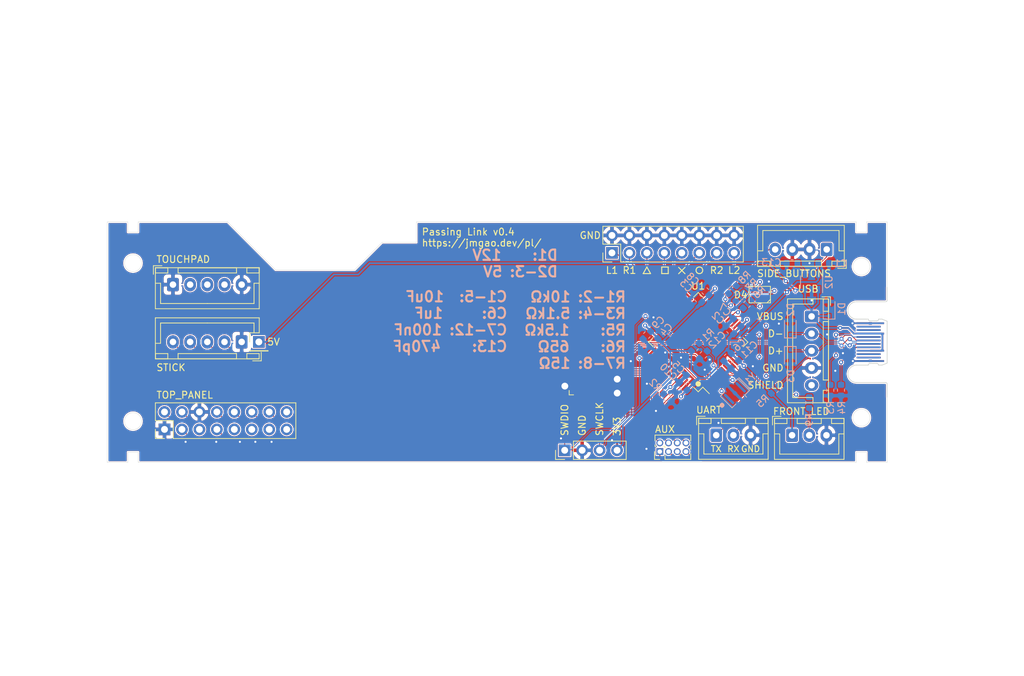
<source format=kicad_pcb>
(kicad_pcb (version 20171130) (host pcbnew 5.1.5-52549c5~84~ubuntu18.04.1)
  (layers (0 F.Cu signal) (31 B.Cu signal) (34 B.Paste user) (35 F.Paste user) (36 B.SilkS user) (37 F.SilkS user) (38 B.Mask user) (39 F.Mask user) (44 Edge.Cuts user))
  (net 0 "")
  (net 1 +3V3)
  (net 2 GND)
  (net 3 "Net-(C13-Pad1)")
  (net 4 USB_VBUS)
  (net 5 "Net-(X1-PadB11)")
  (net 6 "Net-(X1-PadB10)")
  (net 7 "Net-(X1-PadB8)")
  (net 8 USB_D-)
  (net 9 USB_D+)
  (net 10 "Net-(X1-PadB3)")
  (net 11 "Net-(X1-PadB2)")
  (net 12 "Net-(X1-PadA2)")
  (net 13 "Net-(X1-PadA3)")
  (net 14 "Net-(X1-PadA8)")
  (net 15 "Net-(X1-PadA10)")
  (net 16 "Net-(X1-PadA11)")
  (net 17 VCC1)
  (net 18 VCC2)
  (net 19 VCC3)
  (net 20 VCC4)
  (net 21 VDDA)
  (net 22 SWCLK)
  (net 23 SWDIO)
  (net 24 /PB9)
  (net 25 /PB8)
  (net 26 /PB7)
  (net 27 /PB6)
  (net 28 /PB2)
  (net 29 /PC5)
  (net 30 /PA5)
  (net 31 /PA4)
  (net 32 /PA1)
  (net 33 /PA0)
  (net 34 /PC3)
  (net 35 /PC2)
  (net 36 /PC1)
  (net 37 /PC0)
  (net 38 /VBAT)
  (net 39 "Net-(J1-Pad5)")
  (net 40 "Net-(J3-Pad5)")
  (net 41 /NRST)
  (net 42 "Net-(J3-Pad10)")
  (net 43 "Net-(J3-Pad9)")
  (net 44 "Net-(J4-Pad4)")
  (net 45 "Net-(J4-Pad3)")
  (net 46 "Net-(J4-Pad2)")
  (net 47 "Net-(J7-Pad16)")
  (net 48 "Net-(J7-Pad15)")
  (net 49 "Net-(J7-Pad13)")
  (net 50 "Net-(J7-Pad11)")
  (net 51 "Net-(J7-Pad5)")
  (net 52 "Net-(J7-Pad9)")
  (net 53 "Net-(R3-Pad1)")
  (net 54 /PA2_UART_TX)
  (net 55 /PA3_UART_RX)
  (net 56 "Net-(R4-Pad1)")
  (net 57 /BOOT0)
  (net 58 "Net-(D4-Pad4)")
  (net 59 "Net-(D4-Pad2)")
  (net 60 "Net-(D4-Pad1)")
  (net 61 /PB5_BUTTON_TOUCHPAD)
  (net 62 /PC9_STICK_RIGHT)
  (net 63 /PA8_STICK_LEFT)
  (net 64 /PA9_STICK_UP)
  (net 65 /PA10_STICK_DOWN)
  (net 66 /PC8_BUTTON_L1)
  (net 67 /PC7_BUTTON_R1)
  (net 68 /PC6_BUTTON_TRIANGLE)
  (net 69 /PB15_BUTTON_SQUARE)
  (net 70 /PB14_BUTTON_CROSS)
  (net 71 /PB13_BUTTON_CIRCLE)
  (net 72 /PB12_BUTTON_R2)
  (net 73 /PB11_BUTTON_L2)
  (net 74 "Net-(J8-Pad2)")
  (net 75 /PB0_LED_G_K)
  (net 76 /PA7_LED_R_K)
  (net 77 /PB1_LED_B_K)
  (net 78 /PA6_FRONT_LED_K)
  (net 79 /OSC_OUT)
  (net 80 /OSC_IN)
  (net 81 /PC4_START)
  (net 82 /PB10_SELECT)
  (net 83 "Net-(J3-Pad1)")
  (net 84 /PB4_NJTRST)
  (net 85 /PB3_JTDO)
  (net 86 /PA15_JTDI)
  (net 87 /PC15_BUTTON_PS4)
  (net 88 /PC14_MODE_LOCK)
  (net 89 /PC13_MODE_LS)
  (net 90 /PC10_MODE_RS)
  (net 91 /PC11_MODE_PS3)
  (net 92 /PC12_BUTTON_L3)
  (net 93 /PD2_BUTTON_R3)
  (module Connector_JST:JST_XH_B5B-XH-A_1x05_P2.50mm_Vertical (layer F.Cu) (at 132.36 92.21 180)
    (fp_text reference J5 hide)
    (fp_text value Conn_01x05 hide)
    (fp_text user STICK (at 12.48 -3.73) (layer F.SilkS) (effects (justify left)))
    (pad 1 thru_hole roundrect (at 0 0 180) (size 1.7 1.95) (drill 0.95) (layers *.Cu *.Mask) (roundrect_rratio 0.147059) (net 2 GND))
    (pad 2 thru_hole oval (at 2.5 0 180) (size 1.7 1.95) (drill 0.95) (layers *.Cu *.Mask) (net 62 /PC9_STICK_RIGHT))
    (pad 3 thru_hole oval (at 5 0 180) (size 1.7 1.95) (drill 0.95) (layers *.Cu *.Mask) (net 63 /PA8_STICK_LEFT))
    (pad 4 thru_hole oval (at 7.5 0 180) (size 1.7 1.95) (drill 0.95) (layers *.Cu *.Mask) (net 64 /PA9_STICK_UP))
    (pad 5 thru_hole oval (at 10 0 180) (size 1.7 1.95) (drill 0.95) (layers *.Cu *.Mask) (net 65 /PA10_STICK_DOWN))
  )
  (module Connector_PinHeader_2.54mm:PinHeader_1x01_P2.54mm_Vertical (layer F.Cu) (at 134.86 92.21)
    (fp_text reference J11 hide)
    (fp_text value Conn_01x01)
    (fp_text user 5V (at 2.14 0) (layer F.SilkS))
    (pad 1 thru_hole rect (at 0 0) (size 1.7 1.7) (drill 1) (layers *.Cu *.Mask) (net 4 USB_VBUS))
  )
  (module Connector_PinHeader_1.27mm:PinHeader_2x04_P1.27mm_Vertical (layer F.Cu) (at 193.21 108.17 90)
    (fp_text reference J10 hide)
    (fp_text value Conn_02x04_Odd_Even)
    (fp_text user AUX (at 3.25 0.75 180) (layer F.SilkS))
    (pad 8 thru_hole oval (at 1.27 3.81 90) (size 1 1) (drill 0.65) (layers *.Cu *.Mask) (net 24 /PB9))
    (pad 7 thru_hole oval (at 0 3.81 90) (size 1 1) (drill 0.65) (layers *.Cu *.Mask) (net 37 /PC0))
    (pad 6 thru_hole oval (at 1.27 2.54 90) (size 1 1) (drill 0.65) (layers *.Cu *.Mask) (net 25 /PB8))
    (pad 5 thru_hole oval (at 0 2.54 90) (size 1 1) (drill 0.65) (layers *.Cu *.Mask) (net 36 /PC1))
    (pad 4 thru_hole oval (at 1.27 1.27 90) (size 1 1) (drill 0.65) (layers *.Cu *.Mask) (net 26 /PB7))
    (pad 3 thru_hole oval (at 0 1.27 90) (size 1 1) (drill 0.65) (layers *.Cu *.Mask) (net 35 /PC2))
    (pad 2 thru_hole oval (at 1.27 0 90) (size 1 1) (drill 0.65) (layers *.Cu *.Mask) (net 27 /PB6))
    (pad 1 thru_hole rect (at 0 0 90) (size 1 1) (drill 0.65) (layers *.Cu *.Mask) (net 34 /PC3))
  )
  (module Connector_JST:JST_XH_B4B-XH-A_1x04_P2.50mm_Vertical (layer F.Cu) (at 217.5 78.75 180)
    (fp_text reference J12 hide)
    (fp_text value Conn_01x04 hide)
    (fp_text user SIDE_BUTTONS (at 4.75 -3.5 180) (layer F.SilkS))
    (pad 4 thru_hole oval (at 7.5 0 180) (size 1.7 1.95) (drill 0.95) (layers *.Cu *.Mask) (net 82 /PB10_SELECT))
    (pad 3 thru_hole oval (at 5 0 180) (size 1.7 1.95) (drill 0.95) (layers *.Cu *.Mask) (net 2 GND))
    (pad 2 thru_hole oval (at 2.5 0 180) (size 1.7 1.95) (drill 0.95) (layers *.Cu *.Mask) (net 2 GND))
    (pad 1 thru_hole roundrect (at 0 0 180) (size 1.7 1.95) (drill 0.95) (layers *.Cu *.Mask) (roundrect_rratio 0.147059) (net 81 /PC4_START))
  )
  (module Resistor_SMD:R_0603_1608Metric (layer B.Cu) (at 214.96 101.04 90)
    (fp_text reference R9 (at -2.5 0 90) (layer B.SilkS) (effects (justify mirror)))
    (fp_text value 100)
    (pad 2 smd roundrect (at 0.7875 0 90) (size 0.875 0.95) (layers B.Cu B.Paste B.Mask) (net 78 /PA6_FRONT_LED_K))
    (pad 1 smd roundrect (at -0.7875 0 90) (size 0.875 0.95) (layers B.Cu B.Paste B.Mask) (net 74 "Net-(J8-Pad2)"))
  )
  (module Resistor_SMD:R_0603_1608Metric (layer B.Cu) (at 203.78 84.6 45)
    (fp_text reference R8 (at 2.499999 0 45) (layer B.SilkS) (effects (justify mirror)))
    (fp_text value 15)
    (pad 2 smd roundrect (at 0.7875 0 45) (size 0.875 0.95) (layers B.Cu B.Paste B.Mask) (net 59 "Net-(D4-Pad2)"))
    (pad 1 smd roundrect (at -0.7875 0 45) (size 0.875 0.95) (layers B.Cu B.Paste B.Mask) (net 77 /PB1_LED_B_K))
  )
  (module Resistor_SMD:R_0603_1608Metric (layer B.Cu) (at 205.90132 86.72132 45)
    (fp_text reference R6 (at 2.499999 0 45) (layer B.SilkS) (effects (justify mirror)))
    (fp_text value 65)
    (pad 2 smd roundrect (at 0.7875 0 45) (size 0.875 0.95) (layers B.Cu B.Paste B.Mask) (net 60 "Net-(D4-Pad1)"))
    (pad 1 smd roundrect (at -0.7875 0 45) (size 0.875 0.95) (layers B.Cu B.Paste B.Mask) (net 76 /PA7_LED_R_K))
  )
  (module Resistor_SMD:R_0603_1608Metric (layer B.Cu) (at 204.84066 85.66066 45)
    (fp_text reference R7 (at 2.499999 0 45) (layer B.SilkS) (effects (justify mirror)))
    (fp_text value 15)
    (pad 2 smd roundrect (at 0.7875 0 45) (size 0.875 0.95) (layers B.Cu B.Paste B.Mask) (net 58 "Net-(D4-Pad4)"))
    (pad 1 smd roundrect (at -0.7875 0 45) (size 0.875 0.95) (layers B.Cu B.Paste B.Mask) (net 75 /PB0_LED_G_K))
  )
  (module fm-b2020rgba-hg:FM-B2020RGBA-HG (layer F.Cu) (at 207.76 85.32)
    (fp_text reference D4 (at -2.77 0.04) (layer F.SilkS))
    (fp_text value FM-B2020RGBA-HG)
    (pad 4 smd rect (at 0.85 -0.55) (size 0.8 0.7) (layers F.Cu F.Paste F.Mask) (net 58 "Net-(D4-Pad4)"))
    (pad 3 smd rect (at -0.85 -0.55) (size 0.8 0.7) (layers F.Cu F.Paste F.Mask) (net 1 +3V3))
    (pad 2 smd rect (at -0.85 0.55) (size 0.8 0.7) (layers F.Cu F.Paste F.Mask) (net 59 "Net-(D4-Pad2)"))
    (pad 1 smd rect (at 0.85 0.55) (size 0.8 0.7) (layers F.Cu F.Paste F.Mask) (net 60 "Net-(D4-Pad1)"))
  )
  (module Diode_SMD:D_SOD-323 (layer B.Cu) (at 212.202 94.377 270)
    (fp_text reference D3 (at 2.81 -0.06 90) (layer B.SilkS) (effects (justify mirror)))
    (fp_text value PESD5V0L1BA,115 hide)
    (pad 2 smd rect (at 1.05 0 270) (size 0.6 0.45) (layers B.Cu B.Paste B.Mask) (net 2 GND))
    (pad 1 smd rect (at -1.05 0 270) (size 0.6 0.45) (layers B.Cu B.Paste B.Mask) (net 9 USB_D+))
  )
  (module Diode_SMD:D_SOD-323 (layer B.Cu) (at 212.202 90.123 90)
    (fp_text reference D2 (at 2.6 0.04 90) (layer B.SilkS) (effects (justify mirror)))
    (fp_text value PESD5V0L1BA,115 hide)
    (pad 2 smd rect (at 1.05 0 90) (size 0.6 0.45) (layers B.Cu B.Paste B.Mask) (net 2 GND))
    (pad 1 smd rect (at -1.05 0 90) (size 0.6 0.45) (layers B.Cu B.Paste B.Mask) (net 8 USB_D-))
  )
  (module Diode_SMD:D_SOD-323 (layer B.Cu) (at 217.85 87.39 90)
    (fp_text reference D1 (at -0.02 1.83 90) (layer B.SilkS) (effects (justify mirror)))
    (fp_text value PESD12VL1BA,115 hide)
    (pad 2 smd rect (at 1.05 0 90) (size 0.6 0.45) (layers B.Cu B.Paste B.Mask) (net 2 GND))
    (pad 1 smd rect (at -1.05 0 90) (size 0.6 0.45) (layers B.Cu B.Paste B.Mask) (net 4 USB_VBUS))
  )
  (module Connector:Tag-Connect_TC2050-IDC-NL_2x05_P1.27mm_Vertical (layer F.Cu) (at 183.2 98.64)
    (fp_text reference J3 hide)
    (fp_text value Conn_02x05_Odd_Even hide)
    (pad "" thru_hole circle (at 3.81 -1.016) (size 0.9906 0.9906) (drill 0.9906) (layers *.Cu *.Mask) (net 2 GND))
    (pad "" thru_hole circle (at 3.81 1.016) (size 0.9906 0.9906) (drill 0.9906) (layers *.Cu *.Mask) (net 2 GND))
    (pad "" thru_hole circle (at -3.81 0) (size 0.9906 0.9906) (drill 0.9906) (layers *.Cu *.Mask) (net 2 GND))
    (pad 1 connect circle (at -2.54 0.635) (size 0.7874 0.7874) (layers F.Cu F.Mask) (net 83 "Net-(J3-Pad1)"))
    (pad 2 connect circle (at -1.27 0.635) (size 0.7874 0.7874) (layers F.Cu F.Mask) (net 23 SWDIO))
    (pad 3 connect circle (at 0 0.635) (size 0.7874 0.7874) (layers F.Cu F.Mask) (net 2 GND))
    (pad 4 connect circle (at 1.27 0.635) (size 0.7874 0.7874) (layers F.Cu F.Mask) (net 2 GND))
    (pad 5 connect circle (at 2.54 0.635) (size 0.7874 0.7874) (layers F.Cu F.Mask) (net 40 "Net-(J3-Pad5)"))
    (pad 6 connect circle (at 2.54 -0.635) (size 0.7874 0.7874) (layers F.Cu F.Mask) (net 22 SWCLK))
    (pad 7 connect circle (at 1.27 -0.635) (size 0.7874 0.7874) (layers F.Cu F.Mask) (net 1 +3V3))
    (pad 8 connect circle (at 0 -0.635) (size 0.7874 0.7874) (layers F.Cu F.Mask) (net 1 +3V3))
    (pad 9 connect circle (at -1.27 -0.635) (size 0.7874 0.7874) (layers F.Cu F.Mask) (net 43 "Net-(J3-Pad9)"))
    (pad 10 connect circle (at -2.54 -0.635) (size 0.7874 0.7874) (layers F.Cu F.Mask) (net 42 "Net-(J3-Pad10)"))
  )
  (module Connector_PinHeader_2.54mm:PinHeader_1x04_P2.54mm_Vertical (layer F.Cu) (at 179.37 107.98 90)
    (fp_text reference J2 hide)
    (fp_text value Conn_01x04)
    (fp_text user SWDIO (at 2 0 90) (layer F.SilkS) (effects (justify left)))
    (fp_text user GND (at 2 2.54 90) (layer F.SilkS) (effects (justify left)))
    (fp_text user SWCLK (at 2 5.08 90) (layer F.SilkS) (effects (justify left)))
    (fp_text user 3V3 (at 2 7.62 90) (layer F.SilkS) (effects (justify left)))
    (pad 4 thru_hole oval (at 0 7.62 90) (size 1.7 1.7) (drill 1) (layers *.Cu *.Mask) (net 1 +3V3))
    (pad 3 thru_hole oval (at 0 5.08 90) (size 1.7 1.7) (drill 1) (layers *.Cu *.Mask) (net 22 SWCLK))
    (pad 2 thru_hole oval (at 0 2.54 90) (size 1.7 1.7) (drill 1) (layers *.Cu *.Mask) (net 2 GND))
    (pad 1 thru_hole rect (at 0 0 90) (size 1.7 1.7) (drill 1) (layers *.Cu *.Mask) (net 23 SWDIO))
  )
  (module Resistor_SMD:R_0603_1608Metric (layer B.Cu) (at 218.02 99.25 270)
    (fp_text reference R3 (at 2.52 -0.02 90) (layer B.SilkS) (effects (justify mirror)))
    (fp_text value 5.1K)
    (pad 2 smd roundrect (at 0.7875 0 270) (size 0.875 0.95) (layers B.Cu B.Paste B.Mask) (net 2 GND))
    (pad 1 smd roundrect (at -0.7875 0 270) (size 0.875 0.95) (layers B.Cu B.Paste B.Mask) (net 53 "Net-(R3-Pad1)"))
  )
  (module Resistor_SMD:R_0603_1608Metric (layer B.Cu) (at 219.58 99.24 270)
    (fp_text reference R4 (at 2.55 -0.09 270) (layer B.SilkS) (effects (justify mirror)))
    (fp_text value 5.1K)
    (pad 2 smd roundrect (at 0.7875 0 270) (size 0.875 0.95) (layers B.Cu B.Paste B.Mask) (net 2 GND))
    (pad 1 smd roundrect (at -0.7875 0 270) (size 0.875 0.95) (layers B.Cu B.Paste B.Mask) (net 56 "Net-(R4-Pad1)"))
  )
  (module Connector_PinHeader_2.54mm:PinHeader_2x08_P2.54mm_Vertical (layer F.Cu) (at 121.13 104.94 90)
    (fp_text reference J7 hide)
    (fp_text value Conn_02x08_Odd_Even hide)
    (fp_text user TOP_PANEL (at 5 -1.25 180) (layer F.SilkS) (effects (justify left)))
    (pad 16 thru_hole oval (at 2.54 17.78 90) (size 1.7 1.7) (drill 1) (layers *.Cu *.Mask) (net 47 "Net-(J7-Pad16)"))
    (pad 15 thru_hole oval (at 0 17.78 90) (size 1.7 1.7) (drill 1) (layers *.Cu *.Mask) (net 48 "Net-(J7-Pad15)"))
    (pad 14 thru_hole oval (at 2.54 15.24 90) (size 1.7 1.7) (drill 1) (layers *.Cu *.Mask) (net 87 /PC15_BUTTON_PS4))
    (pad 13 thru_hole oval (at 0 15.24 90) (size 1.7 1.7) (drill 1) (layers *.Cu *.Mask) (net 49 "Net-(J7-Pad13)"))
    (pad 12 thru_hole oval (at 2.54 12.7 90) (size 1.7 1.7) (drill 1) (layers *.Cu *.Mask) (net 88 /PC14_MODE_LOCK))
    (pad 11 thru_hole oval (at 0 12.7 90) (size 1.7 1.7) (drill 1) (layers *.Cu *.Mask) (net 50 "Net-(J7-Pad11)"))
    (pad 10 thru_hole oval (at 2.54 10.16 90) (size 1.7 1.7) (drill 1) (layers *.Cu *.Mask) (net 89 /PC13_MODE_LS))
    (pad 9 thru_hole oval (at 0 10.16 90) (size 1.7 1.7) (drill 1) (layers *.Cu *.Mask) (net 52 "Net-(J7-Pad9)"))
    (pad 8 thru_hole oval (at 2.54 7.62 90) (size 1.7 1.7) (drill 1) (layers *.Cu *.Mask) (net 90 /PC10_MODE_RS))
    (pad 7 thru_hole oval (at 0 7.62 90) (size 1.7 1.7) (drill 1) (layers *.Cu *.Mask) (net 91 /PC11_MODE_PS3))
    (pad 6 thru_hole oval (at 2.54 5.08 90) (size 1.7 1.7) (drill 1) (layers *.Cu *.Mask) (net 2 GND))
    (pad 5 thru_hole oval (at 0 5.08 90) (size 1.7 1.7) (drill 1) (layers *.Cu *.Mask) (net 51 "Net-(J7-Pad5)"))
    (pad 4 thru_hole oval (at 2.54 2.54 90) (size 1.7 1.7) (drill 1) (layers *.Cu *.Mask) (net 92 /PC12_BUTTON_L3))
    (pad 3 thru_hole oval (at 0 2.54 90) (size 1.7 1.7) (drill 1) (layers *.Cu *.Mask) (net 93 /PD2_BUTTON_R3))
    (pad 2 thru_hole oval (at 2.54 0 90) (size 1.7 1.7) (drill 1) (layers *.Cu *.Mask) (net 61 /PB5_BUTTON_TOUCHPAD))
    (pad 1 thru_hole rect (at 0 0 90) (size 1.7 1.7) (drill 1) (layers *.Cu *.Mask) (net 2 GND))
  )
  (module Connector_PinHeader_2.54mm:PinHeader_2x08_P2.54mm_Vertical (layer F.Cu) (at 186.25 79.25 90)
    (fp_text reference J6 hide)
    (fp_text value Conn_02x08_Odd_Even hide)
    (fp_text user GND (at 2.54 -1.54 180) (layer F.SilkS) (effects (justify right)))
    (fp_text user L1 (at -2.54 0 180) (layer F.SilkS))
    (fp_text user R1 (at -2.54 2.54 180) (layer F.SilkS))
    (fp_text user △ (at -2.445 5.08 180) (layer F.SilkS) (effects (font (size 1.25 1.25))))
    (fp_text user □ (at -2.54 7.62 90) (layer F.SilkS) (effects (font (size 1.25 1.25))))
    (fp_text user × (at -2.445 10.165 180) (layer F.SilkS) (effects (font (size 1.625 1.625))))
    (fp_text user ○ (at -2.535 12.625 90) (layer F.SilkS) (effects (font (size 1.25 1.25))))
    (fp_text user R2 (at -2.54 15.24 180) (layer F.SilkS))
    (fp_text user L2 (at -2.54 17.78 180) (layer F.SilkS))
    (pad 1 thru_hole rect (at 0 0 90) (size 1.7 1.7) (drill 1) (layers *.Cu *.Mask) (net 66 /PC8_BUTTON_L1))
    (pad 2 thru_hole oval (at 2.54 0 90) (size 1.7 1.7) (drill 1) (layers *.Cu *.Mask) (net 2 GND))
    (pad 3 thru_hole oval (at 0 2.54 90) (size 1.7 1.7) (drill 1) (layers *.Cu *.Mask) (net 67 /PC7_BUTTON_R1))
    (pad 4 thru_hole oval (at 2.54 2.54 90) (size 1.7 1.7) (drill 1) (layers *.Cu *.Mask) (net 2 GND))
    (pad 5 thru_hole oval (at 0 5.08 90) (size 1.7 1.7) (drill 1) (layers *.Cu *.Mask) (net 68 /PC6_BUTTON_TRIANGLE))
    (pad 6 thru_hole oval (at 2.54 5.08 90) (size 1.7 1.7) (drill 1) (layers *.Cu *.Mask) (net 2 GND))
    (pad 7 thru_hole oval (at 0 7.62 90) (size 1.7 1.7) (drill 1) (layers *.Cu *.Mask) (net 69 /PB15_BUTTON_SQUARE))
    (pad 8 thru_hole oval (at 2.54 7.62 90) (size 1.7 1.7) (drill 1) (layers *.Cu *.Mask) (net 2 GND))
    (pad 9 thru_hole oval (at 0 10.16 90) (size 1.7 1.7) (drill 1) (layers *.Cu *.Mask) (net 70 /PB14_BUTTON_CROSS))
    (pad 10 thru_hole oval (at 2.54 10.16 90) (size 1.7 1.7) (drill 1) (layers *.Cu *.Mask) (net 2 GND))
    (pad 11 thru_hole oval (at 0 12.7 90) (size 1.7 1.7) (drill 1) (layers *.Cu *.Mask) (net 71 /PB13_BUTTON_CIRCLE))
    (pad 12 thru_hole oval (at 2.54 12.7 90) (size 1.7 1.7) (drill 1) (layers *.Cu *.Mask) (net 2 GND))
    (pad 13 thru_hole oval (at 0 15.24 90) (size 1.7 1.7) (drill 1) (layers *.Cu *.Mask) (net 72 /PB12_BUTTON_R2))
    (pad 14 thru_hole oval (at 2.54 15.24 90) (size 1.7 1.7) (drill 1) (layers *.Cu *.Mask) (net 2 GND))
    (pad 15 thru_hole oval (at 0 17.78 90) (size 1.7 1.7) (drill 1) (layers *.Cu *.Mask) (net 73 /PB11_BUTTON_L2))
    (pad 16 thru_hole oval (at 2.54 17.78 90) (size 1.7 1.7) (drill 1) (layers *.Cu *.Mask) (net 2 GND))
  )
  (module Connector_JST:JST_XH_B3B-XH-A_1x03_P2.50mm_Vertical (layer F.Cu) (at 201.42 105.78)
    (fp_text reference J9 hide)
    (fp_text value Conn_01x03 hide)
    (fp_text user UART (at -1.07 -3.66) (layer F.SilkS))
    (fp_text user TX (at 0 2) (layer F.SilkS) (effects (font (size 0.9 0.9))))
    (fp_text user RX (at 2.5 2) (layer F.SilkS) (effects (font (size 0.9 0.9))))
    (fp_text user GND (at 5 2) (layer F.SilkS) (effects (font (size 0.9 0.9))))
    (pad 1 thru_hole roundrect (at 0 0) (size 1.7 1.95) (drill 0.95) (layers *.Cu *.Mask) (roundrect_rratio 0.147059) (net 54 /PA2_UART_TX))
    (pad 2 thru_hole oval (at 2.5 0) (size 1.7 1.95) (drill 0.95) (layers *.Cu *.Mask) (net 55 /PA3_UART_RX))
    (pad 3 thru_hole oval (at 5 0) (size 1.7 1.95) (drill 0.95) (layers *.Cu *.Mask) (net 2 GND))
  )
  (module Connector_JST:JST_XH_B3B-XH-A_1x03_P2.50mm_Vertical (layer F.Cu) (at 212.46 105.79)
    (fp_text reference J8 hide)
    (fp_text value Conn_01x03 hide)
    (fp_text user FRONT_LED (at 1.34 -3.47) (layer F.SilkS))
    (pad 1 thru_hole roundrect (at 0 0) (size 1.7 1.95) (drill 0.95) (layers *.Cu *.Mask) (roundrect_rratio 0.147059) (net 21 VDDA))
    (pad 2 thru_hole oval (at 2.5 0) (size 1.7 1.95) (drill 0.95) (layers *.Cu *.Mask) (net 74 "Net-(J8-Pad2)"))
    (pad 3 thru_hole oval (at 5 0) (size 1.7 1.95) (drill 0.95) (layers *.Cu *.Mask) (net 2 GND))
  )
  (module Connector_JST:JST_XH_B5B-XH-A_1x05_P2.50mm_Vertical (layer F.Cu) (at 122.36 83.87)
    (fp_text reference J4 hide)
    (fp_text value Conn_01x05 hide)
    (fp_text user TOUCHPAD (at -2.48 -3.68) (layer F.SilkS) (effects (justify left)))
    (pad 1 thru_hole roundrect (at 0 0) (size 1.7 1.95) (drill 0.95) (layers *.Cu *.Mask) (roundrect_rratio 0.147059) (net 2 GND))
    (pad 2 thru_hole oval (at 2.5 0) (size 1.7 1.95) (drill 0.95) (layers *.Cu *.Mask) (net 46 "Net-(J4-Pad2)"))
    (pad 3 thru_hole oval (at 5 0) (size 1.7 1.95) (drill 0.95) (layers *.Cu *.Mask) (net 45 "Net-(J4-Pad3)"))
    (pad 4 thru_hole oval (at 7.5 0) (size 1.7 1.95) (drill 0.95) (layers *.Cu *.Mask) (net 44 "Net-(J4-Pad4)"))
    (pad 5 thru_hole oval (at 10 0) (size 1.7 1.95) (drill 0.95) (layers *.Cu *.Mask) (net 2 GND))
  )
  (module Connector_JST:JST_XH_B5B-XH-A_1x05_P2.50mm_Vertical (layer F.Cu) (at 215.3 88.5 270)
    (fp_text reference J1 hide)
    (fp_text value Conn_01x05_Female hide)
    (fp_text user USB (at -4 0.5) (layer F.SilkS))
    (fp_text user VBUS (at 0 4) (layer F.SilkS) (effects (justify right)))
    (fp_text user D+ (at 5 4) (layer F.SilkS) (effects (justify right)))
    (fp_text user D- (at 2.5 4) (layer F.SilkS) (effects (justify right)))
    (fp_text user GND (at 7.5 4) (layer F.SilkS) (effects (justify right)))
    (fp_text user SHIELD (at 10 4) (layer F.SilkS) (effects (justify right)))
    (pad 5 thru_hole oval (at 10 0 270) (size 1.7 1.95) (drill 0.95) (layers *.Cu *.Mask) (net 39 "Net-(J1-Pad5)"))
    (pad 4 thru_hole oval (at 7.5 0 270) (size 1.7 1.95) (drill 0.95) (layers *.Cu *.Mask) (net 2 GND))
    (pad 3 thru_hole oval (at 5 0 270) (size 1.7 1.95) (drill 0.95) (layers *.Cu *.Mask) (net 9 USB_D+))
    (pad 2 thru_hole oval (at 2.5 0 270) (size 1.7 1.95) (drill 0.95) (layers *.Cu *.Mask) (net 8 USB_D-))
    (pad 1 thru_hole roundrect (at 0 0 270) (size 1.7 1.95) (drill 0.95) (layers *.Cu *.Mask) (roundrect_rratio 0.147059) (net 4 USB_VBUS))
  )
  (module PCB-USB-C:PCB-USB-C (layer F.Cu) (at 226.300283 92.24221 270)
    (fp_text reference X1 hide)
    (fp_text value PCB-USB-C hide)
    (fp_arc (start 4.615 4.45) (end 5.885 4.45) (angle 180) (layer Edge.Cuts) (width 0.1))
    (fp_arc (start -4.615 4.45) (end -3.345 4.45) (angle 180) (layer Edge.Cuts) (width 0.1))
    (fp_line (start 5.885 0.2) (end 5.885 4.45) (layer Edge.Cuts) (width 0.1))
    (fp_arc (start 6.085 0.2) (end 5.885 0.2) (angle 90) (layer Edge.Cuts) (width 0.1))
    (fp_line (start 8 0) (end 6.085 0) (layer Edge.Cuts) (width 0.1))
    (fp_line (start -5.885 0.2) (end -5.885 4.45) (layer Edge.Cuts) (width 0.1))
    (fp_arc (start -6.085 0.2) (end -5.885 0.2) (angle -90) (layer Edge.Cuts) (width 0.1))
    (fp_line (start -8 0) (end -6.085 0) (layer Edge.Cuts) (width 0.1))
    (fp_line (start -3.345 2.75) (end -3.345 4.45) (layer Edge.Cuts) (width 0.1))
    (fp_line (start 3.345 2.75) (end 3.345 4.45) (layer Edge.Cuts) (width 0.1))
    (fp_line (start 3.045 0) (end 3.345 0.75) (layer Edge.Cuts) (width 0.1))
    (fp_arc (start 3.345 1.5) (end 3.345 1.25) (angle -90) (layer Edge.Cuts) (width 0.1))
    (fp_arc (start 3.345 2.5) (end 3.345 2.75) (angle 90) (layer Edge.Cuts) (width 0.1))
    (fp_line (start 3.095 1.5) (end 3.095 2.5) (layer Edge.Cuts) (width 0.1))
    (fp_arc (start -3.345 1.5) (end -3.345 1.25) (angle 90) (layer Edge.Cuts) (width 0.1))
    (fp_arc (start -3.345 2.5) (end -3.345 2.75) (angle -90) (layer Edge.Cuts) (width 0.1))
    (fp_line (start -3.095 1.5) (end -3.095 2.5) (layer Edge.Cuts) (width 0.1))
    (fp_line (start -3.045 0) (end -3.345 0.75) (layer Edge.Cuts) (width 0.1))
    (fp_line (start 3.345 0.75) (end 3.345 1.25) (layer Edge.Cuts) (width 0.1))
    (fp_line (start -3.345 0.75) (end -3.345 1.25) (layer Edge.Cuts) (width 0.1))
    (fp_line (start -3.045 0) (end 3.045 0) (layer Edge.Cuts) (width 0.1))
    (pad B11 smd rect (at 2.25 2.7) (size 3.5 0.25) (layers B.Cu B.Mask) (net 5 "Net-(X1-PadB11)"))
    (pad B10 smd rect (at 1.75 2.7) (size 3.5 0.25) (layers B.Cu B.Mask) (net 6 "Net-(X1-PadB10)"))
    (pad B8 smd rect (at 0.75 2.7) (size 3.5 0.25) (layers B.Cu B.Mask) (net 7 "Net-(X1-PadB8)"))
    (pad B7 smd rect (at 0.25 2.7) (size 3.5 0.25) (layers B.Cu B.Mask) (net 8 USB_D-))
    (pad B6 smd rect (at -0.25 2.7) (size 3.5 0.25) (layers B.Cu B.Mask) (net 9 USB_D+))
    (pad B5 smd rect (at -0.75 2.7) (size 3.5 0.25) (layers B.Cu B.Mask) (net 53 "Net-(R3-Pad1)"))
    (pad B3 smd rect (at -1.75 2.7) (size 3.5 0.25) (layers B.Cu B.Mask) (net 10 "Net-(X1-PadB3)"))
    (pad B2 smd rect (at -2.25 2.7) (size 3.5 0.25) (layers B.Cu B.Mask) (net 11 "Net-(X1-PadB2)"))
    (pad B12 smd rect (at 2.75 2.45) (size 4 0.25) (layers B.Cu B.Mask) (net 2 GND))
    (pad B9 smd rect (at 1.25 2.45) (size 4 0.25) (layers B.Cu B.Mask) (net 4 USB_VBUS))
    (pad B4 smd rect (at -1.25 2.45) (size 4 0.25) (layers B.Cu B.Mask) (net 4 USB_VBUS))
    (pad B1 smd rect (at -2.75 2.45) (size 4 0.25) (layers B.Cu B.Mask) (net 2 GND))
    (pad A1 smd rect (at 2.75 2.45) (size 4 0.25) (layers F.Cu F.Mask) (net 2 GND))
    (pad A4 smd rect (at 1.25 2.45) (size 4 0.25) (layers F.Cu F.Mask) (net 4 USB_VBUS))
    (pad A9 smd rect (at -1.25 2.45) (size 4 0.25) (layers F.Cu F.Mask) (net 4 USB_VBUS))
    (pad A12 smd rect (at -2.75 2.45) (size 4 0.25) (layers F.Cu F.Mask) (net 2 GND))
    (pad A2 smd rect (at 2.25 2.7) (size 3.5 0.25) (layers F.Cu F.Mask) (net 12 "Net-(X1-PadA2)"))
    (pad A3 smd rect (at 1.75 2.7) (size 3.5 0.25) (layers F.Cu F.Mask) (net 13 "Net-(X1-PadA3)"))
    (pad A5 smd rect (at 0.75 2.7) (size 3.5 0.25) (layers F.Cu F.Mask) (net 56 "Net-(R4-Pad1)"))
    (pad A6 smd rect (at 0.25 2.7) (size 3.5 0.25) (layers F.Cu F.Mask) (net 9 USB_D+))
    (pad A7 smd rect (at -0.25 2.7) (size 3.5 0.25) (layers F.Cu F.Mask) (net 8 USB_D-))
    (pad A8 smd rect (at -0.75 2.7) (size 3.5 0.25) (layers F.Cu F.Mask) (net 14 "Net-(X1-PadA8)"))
    (pad A10 smd rect (at -1.75 2.7) (size 3.5 0.25) (layers F.Cu F.Mask) (net 15 "Net-(X1-PadA10)"))
    (pad A11 smd rect (at -2.25 2.7) (size 3.5 0.25) (layers F.Cu F.Mask) (net 16 "Net-(X1-PadA11)"))
  )
  (module NetTie:NetTie-2_SMD_Pad0.5mm (layer B.Cu) (at 193.275283 92.06721 135)
    (fp_text reference NT3 hide)
    (fp_text value Net-Tie_2 hide)
    (fp_poly (pts (xy -0.5 0.25) (xy 0.5 0.25) (xy 0.5 -0.25) (xy -0.5 -0.25)) (layer B.Cu) (width 0))
    (pad 2 smd circle (at 0.5 0 135) (size 0.5 0.5) (layers B.Cu) (net 19 VCC3))
    (pad 1 smd circle (at -0.5 0 135) (size 0.5 0.5) (layers B.Cu) (net 1 +3V3))
  )
  (module NetTie:NetTie-2_SMD_Pad0.5mm (layer B.Cu) (at 198.975283 86.792209 45)
    (fp_text reference NT2 hide)
    (fp_text value Net-Tie_2 hide)
    (fp_poly (pts (xy -0.5 0.25) (xy 0.5 0.25) (xy 0.5 -0.25) (xy -0.5 -0.25)) (layer B.Cu) (width 0))
    (pad 2 smd circle (at 0.5 0 45) (size 0.5 0.5) (layers B.Cu) (net 18 VCC2))
    (pad 1 smd circle (at -0.5 0 45) (size 0.5 0.5) (layers B.Cu) (net 1 +3V3))
  )
  (module NetTie:NetTie-2_SMD_Pad0.5mm (layer B.Cu) (at 203.600283 91.36721 45)
    (fp_text reference NT1 hide)
    (fp_text value Net-Tie_2 hide)
    (fp_poly (pts (xy -0.5 0.25) (xy 0.5 0.25) (xy 0.5 -0.25) (xy -0.5 -0.25)) (layer B.Cu) (width 0))
    (pad 2 smd circle (at 0.5 0 45) (size 0.5 0.5) (layers B.Cu) (net 17 VCC1))
    (pad 1 smd circle (at -0.5 0 45) (size 0.5 0.5) (layers B.Cu) (net 1 +3V3))
  )
  (module NetTie:NetTie-2_SMD_Pad0.5mm (layer B.Cu) (at 203.375283 93.64221 315)
    (fp_text reference NT5 hide)
    (fp_text value Net-Tie_2 hide)
    (fp_poly (pts (xy -0.5 0.25) (xy 0.5 0.25) (xy 0.5 -0.25) (xy -0.5 -0.25)) (layer B.Cu) (width 0))
    (pad 2 smd circle (at 0.5 0 315) (size 0.5 0.5) (layers B.Cu) (net 21 VDDA))
    (pad 1 smd circle (at -0.5 0 315) (size 0.5 0.5) (layers B.Cu) (net 1 +3V3))
  )
  (module NetTie:NetTie-2_SMD_Pad0.5mm (layer B.Cu) (at 198.550283 97.81721 225)
    (fp_text reference NT4 hide)
    (fp_text value Net-Tie_2 hide)
    (fp_poly (pts (xy -0.5 0.25) (xy 0.5 0.25) (xy 0.5 -0.25) (xy -0.5 -0.25)) (layer B.Cu) (width 0))
    (pad 2 smd circle (at 0.5 0 225) (size 0.5 0.5) (layers B.Cu) (net 20 VCC4))
    (pad 1 smd circle (at -0.5 0 225) (size 0.5 0.5) (layers B.Cu) (net 1 +3V3))
  )
  (module Package_TO_SOT_SMD:SOT-23-5 (layer B.Cu) (at 215.3 83.5 90)
    (fp_text reference U2 (at -0.025 2.525 90) (layer B.SilkS) (effects (justify mirror)))
    (fp_text value MIC5219-3.3YM5 hide)
    (pad 5 smd rect (at 1.1 0.95 90) (size 1.06 0.65) (layers B.Cu B.Paste B.Mask) (net 1 +3V3))
    (pad 4 smd rect (at 1.1 -0.95 90) (size 1.06 0.65) (layers B.Cu B.Paste B.Mask) (net 3 "Net-(C13-Pad1)"))
    (pad 3 smd rect (at -1.1 -0.95 90) (size 1.06 0.65) (layers B.Cu B.Paste B.Mask) (net 4 USB_VBUS))
    (pad 2 smd rect (at -1.1 0 90) (size 1.06 0.65) (layers B.Cu B.Paste B.Mask) (net 2 GND))
    (pad 1 smd rect (at -1.1 0.95 90) (size 1.06 0.65) (layers B.Cu B.Paste B.Mask) (net 4 USB_VBUS))
  )
  (module Resistor_SMD:R_0603_1608Metric (layer B.Cu) (at 209.98562 99.131872 225)
    (fp_text reference R5 (at 2.456311 0.083079 45) (layer B.SilkS) (effects (justify mirror)))
    (fp_text value 1.5K)
    (pad 2 smd roundrect (at 0.7875 0 225) (size 0.875 0.95) (layers B.Cu B.Paste B.Mask) (net 21 VDDA))
    (pad 1 smd roundrect (at -0.7875 0 225) (size 0.875 0.95) (layers B.Cu B.Paste B.Mask) (net 9 USB_D+))
  )
  (module Resistor_SMD:R_0603_1608Metric (layer B.Cu) (at 194.3 100.34 315)
    (fp_text reference R2 (at -2.527907 -0.088388 315) (layer B.SilkS) (effects (justify mirror)))
    (fp_text value 10K)
    (pad 2 smd roundrect (at 0.7875 0 315) (size 0.875 0.95) (layers B.Cu B.Paste B.Mask) (net 2 GND))
    (pad 1 smd roundrect (at -0.7875 0 315) (size 0.875 0.95) (layers B.Cu B.Paste B.Mask) (net 57 /BOOT0))
  )
  (module Resistor_SMD:R_0603_1608Metric (layer B.Cu) (at 198.350284 92.967209 225)
    (fp_text reference R1 (at -2.600001 -0.075 45) (layer B.SilkS) (effects (justify mirror)))
    (fp_text value 10K)
    (pad 2 smd roundrect (at 0.7875 0 225) (size 0.875 0.95) (layers B.Cu B.Paste B.Mask) (net 1 +3V3))
    (pad 1 smd roundrect (at -0.7875 0 225) (size 0.875 0.95) (layers B.Cu B.Paste B.Mask) (net 41 /NRST))
  )
  (module Capacitor_SMD:C_0603_1608Metric (layer B.Cu) (at 212.462499 80.75 180)
    (fp_text reference C13 (at 3.025 0.125 180) (layer B.SilkS) (effects (justify mirror)))
    (fp_text value 470pF)
    (pad 2 smd roundrect (at 0.7875 0 180) (size 0.875 0.95) (layers B.Cu B.Paste B.Mask) (net 2 GND))
    (pad 1 smd roundrect (at -0.7875 0 180) (size 0.875 0.95) (layers B.Cu B.Paste B.Mask) (net 3 "Net-(C13-Pad1)"))
  )
  (module Capacitor_SMD:C_0603_1608Metric (layer B.Cu) (at 199.550283 94.092209 225)
    (fp_text reference C12 (at -2.952171 0.123744 225) (layer B.SilkS) (effects (justify mirror)))
    (fp_text value 100nF)
    (pad 2 smd roundrect (at 0.7875 0 225) (size 0.875 0.95) (layers B.Cu B.Paste B.Mask) (net 2 GND))
    (pad 1 smd roundrect (at -0.7875 0 225) (size 0.875 0.95) (layers B.Cu B.Paste B.Mask) (net 41 /NRST))
  )
  (module Capacitor_SMD:C_0603_1608Metric (layer B.Cu) (at 204.125283 95.492209 225)
    (fp_text reference C11 (at -3.022881 0.053033 225) (layer B.SilkS) (effects (justify mirror)))
    (fp_text value 100nF)
    (pad 2 smd roundrect (at 0.7875 0 225) (size 0.875 0.95) (layers B.Cu B.Paste B.Mask) (net 2 GND))
    (pad 1 smd roundrect (at -0.7875 0 225) (size 0.875 0.95) (layers B.Cu B.Paste B.Mask) (net 21 VDDA))
  )
  (module Capacitor_SMD:C_0603_1608Metric (layer B.Cu) (at 196.600283 98.692209 135)
    (fp_text reference C10 (at 2.987526 -0.017678 315) (layer B.SilkS) (effects (justify mirror)))
    (fp_text value 100nF)
    (pad 2 smd roundrect (at 0.7875 0 135) (size 0.875 0.95) (layers B.Cu B.Paste B.Mask) (net 2 GND))
    (pad 1 smd roundrect (at -0.7875 0 135) (size 0.875 0.95) (layers B.Cu B.Paste B.Mask) (net 20 VCC4))
  )
  (module Capacitor_SMD:C_0603_1608Metric (layer B.Cu) (at 191.325284 91.217209 225)
    (fp_text reference C9 (at -2.474874 0.106066 225) (layer B.SilkS) (effects (justify mirror)))
    (fp_text value 100nF)
    (pad 2 smd roundrect (at 0.7875 0 225) (size 0.875 0.95) (layers B.Cu B.Paste B.Mask) (net 2 GND))
    (pad 1 smd roundrect (at -0.7875 0 225) (size 0.875 0.95) (layers B.Cu B.Paste B.Mask) (net 19 VCC3))
  )
  (module Capacitor_SMD:C_0603_1608Metric (layer B.Cu) (at 199.825284 84.817209 135)
    (fp_text reference C8 (at 2.527907 -0.053033 315) (layer B.SilkS) (effects (justify mirror)))
    (fp_text value 100nF)
    (pad 2 smd roundrect (at 0.7875 0 135) (size 0.875 0.95) (layers B.Cu B.Paste B.Mask) (net 2 GND))
    (pad 1 smd roundrect (at -0.7875 0 135) (size 0.875 0.95) (layers B.Cu B.Paste B.Mask) (net 18 VCC2))
  )
  (module Capacitor_SMD:C_0603_1608Metric (layer B.Cu) (at 204.48213 89.399056 135)
    (fp_text reference C7 (at 2.616295 0 315) (layer B.SilkS) (effects (justify mirror)))
    (fp_text value 100nF)
    (pad 2 smd roundrect (at 0.7875 0 135) (size 0.875 0.95) (layers B.Cu B.Paste B.Mask) (net 2 GND))
    (pad 1 smd roundrect (at -0.7875 0 135) (size 0.875 0.95) (layers B.Cu B.Paste B.Mask) (net 17 VCC1))
  )
  (module Capacitor_SMD:C_0603_1608Metric (layer B.Cu) (at 203.075284 94.442209 225)
    (fp_text reference C6 (at -2.492551 0.053033 225) (layer B.SilkS) (effects (justify mirror)))
    (fp_text value 1uF)
    (pad 2 smd roundrect (at 0.7875 0 225) (size 0.875 0.95) (layers B.Cu B.Paste B.Mask) (net 2 GND))
    (pad 1 smd roundrect (at -0.7875 0 225) (size 0.875 0.95) (layers B.Cu B.Paste B.Mask) (net 21 VDDA))
  )
  (module Capacitor_SMD:C_0603_1608Metric (layer B.Cu) (at 197.650283 97.642209 135)
    (fp_text reference C5 (at 2.439518 0 315) (layer B.SilkS) (effects (justify mirror)))
    (fp_text value 10uF)
    (pad 2 smd roundrect (at 0.7875 0 135) (size 0.875 0.95) (layers B.Cu B.Paste B.Mask) (net 2 GND))
    (pad 1 smd roundrect (at -0.7875 0 135) (size 0.875 0.95) (layers B.Cu B.Paste B.Mask) (net 20 VCC4))
  )
  (module Capacitor_SMD:C_0603_1608Metric (layer B.Cu) (at 192.368435 92.274056 225)
    (fp_text reference C4 (at -2.563262 0.053033 225) (layer B.SilkS) (effects (justify mirror)))
    (fp_text value 10uF)
    (pad 2 smd roundrect (at 0.7875 0 225) (size 0.875 0.95) (layers B.Cu B.Paste B.Mask) (net 2 GND))
    (pad 1 smd roundrect (at -0.7875 0 225) (size 0.875 0.95) (layers B.Cu B.Paste B.Mask) (net 19 VCC3))
  )
  (module Capacitor_SMD:C_0603_1608Metric (layer B.Cu) (at 198.775282 85.867209 135)
    (fp_text reference C3 (at 2.510229 0.070711 315) (layer B.SilkS) (effects (justify mirror)))
    (fp_text value 10uF)
    (pad 2 smd roundrect (at 0.7875 0 135) (size 0.875 0.95) (layers B.Cu B.Paste B.Mask) (net 2 GND))
    (pad 1 smd roundrect (at -0.7875 0 135) (size 0.875 0.95) (layers B.Cu B.Paste B.Mask) (net 18 VCC2))
  )
  (module Capacitor_SMD:C_0603_1608Metric (layer B.Cu) (at 203.418437 90.460363 135)
    (fp_text reference C2 (at 2.439518 0 135) (layer B.SilkS) (effects (justify mirror)))
    (fp_text value 10uF)
    (pad 2 smd roundrect (at 0.7875 0 135) (size 0.875 0.95) (layers B.Cu B.Paste B.Mask) (net 2 GND))
    (pad 1 smd roundrect (at -0.7875 0 135) (size 0.875 0.95) (layers B.Cu B.Paste B.Mask) (net 17 VCC1))
  )
  (module Capacitor_SMD:C_0603_1608Metric (layer B.Cu) (at 217.05221 80.75)
    (fp_text reference C1 (at 2.475 0.05) (layer B.SilkS) (effects (justify mirror)))
    (fp_text value 10uF)
    (pad 2 smd roundrect (at 0.7875 0) (size 0.875 0.95) (layers B.Cu B.Paste B.Mask) (net 2 GND))
    (pad 1 smd roundrect (at -0.7875 0) (size 0.875 0.95) (layers B.Cu B.Paste B.Mask) (net 1 +3V3))
  )
  (module Crystal:Resonator_SMD_muRata_CSTxExxV-3Pin_3.0x1.1mm (layer B.Cu) (at 204.15 99.675 225)
    (fp_text reference Y1 (at -3.040559 -0.141421 225) (layer B.SilkS) (effects (justify mirror)))
    (fp_text value Crystal_GND2_Small)
    (fp_text user • (at 2.457196 0.201525) (layer B.SilkS) (effects (font (size 2 2)) (justify mirror)))
    (pad 3 smd rect (at 1.2 0 225) (size 0.4 1.9) (layers B.Cu B.Paste B.Mask) (net 80 /OSC_IN))
    (pad 2 smd rect (at 0 0 225) (size 0.4 1.9) (layers B.Cu B.Paste B.Mask) (net 2 GND))
    (pad 1 smd rect (at -1.2 0 225) (size 0.4 1.9) (layers B.Cu B.Paste B.Mask) (net 79 /OSC_OUT))
  )
  (module Package_QFP:LQFP-64_10x10mm_P0.5mm (layer F.Cu) (at 198.800283 92.24221 135)
    (fp_text reference U1 (at 5.77529 5.774889 180) (layer F.SilkS))
    (fp_text value STM32F103RETx hide)
    (pad 64 smd roundrect (at -3.75 -5.675 135) (size 0.3 1.55) (layers F.Cu F.Paste F.Mask) (net 20 VCC4))
    (pad 63 smd roundrect (at -3.25 -5.675 135) (size 0.3 1.55) (layers F.Cu F.Paste F.Mask) (net 2 GND))
    (pad 62 smd roundrect (at -2.75 -5.675 135) (size 0.3 1.55) (layers F.Cu F.Paste F.Mask) (net 24 /PB9))
    (pad 61 smd roundrect (at -2.25 -5.675 135) (size 0.3 1.55) (layers F.Cu F.Paste F.Mask) (net 25 /PB8))
    (pad 60 smd roundrect (at -1.75 -5.675 135) (size 0.3 1.55) (layers F.Cu F.Paste F.Mask) (net 57 /BOOT0))
    (pad 59 smd roundrect (at -1.25 -5.675 135) (size 0.3 1.55) (layers F.Cu F.Paste F.Mask) (net 26 /PB7))
    (pad 58 smd roundrect (at -0.75 -5.675 135) (size 0.3 1.55) (layers F.Cu F.Paste F.Mask) (net 27 /PB6))
    (pad 57 smd roundrect (at -0.25 -5.675 135) (size 0.3 1.55) (layers F.Cu F.Paste F.Mask) (net 61 /PB5_BUTTON_TOUCHPAD))
    (pad 56 smd roundrect (at 0.25 -5.675 135) (size 0.3 1.55) (layers F.Cu F.Paste F.Mask) (net 84 /PB4_NJTRST))
    (pad 55 smd roundrect (at 0.75 -5.675 135) (size 0.3 1.55) (layers F.Cu F.Paste F.Mask) (net 85 /PB3_JTDO))
    (pad 54 smd roundrect (at 1.25 -5.675 135) (size 0.3 1.55) (layers F.Cu F.Paste F.Mask) (net 93 /PD2_BUTTON_R3))
    (pad 53 smd roundrect (at 1.75 -5.675 135) (size 0.3 1.55) (layers F.Cu F.Paste F.Mask) (net 92 /PC12_BUTTON_L3))
    (pad 52 smd roundrect (at 2.25 -5.675 135) (size 0.3 1.55) (layers F.Cu F.Paste F.Mask) (net 91 /PC11_MODE_PS3))
    (pad 51 smd roundrect (at 2.75 -5.675 135) (size 0.3 1.55) (layers F.Cu F.Paste F.Mask) (net 90 /PC10_MODE_RS))
    (pad 50 smd roundrect (at 3.25 -5.675 135) (size 0.3 1.55) (layers F.Cu F.Paste F.Mask) (net 86 /PA15_JTDI))
    (pad 49 smd roundrect (at 3.75 -5.675 135) (size 0.3 1.55) (layers F.Cu F.Paste F.Mask) (net 22 SWCLK))
    (pad 48 smd roundrect (at 5.675 -3.75 135) (size 1.55 0.3) (layers F.Cu F.Paste F.Mask) (net 19 VCC3))
    (pad 47 smd roundrect (at 5.675 -3.25 135) (size 1.55 0.3) (layers F.Cu F.Paste F.Mask) (net 2 GND))
    (pad 46 smd roundrect (at 5.675 -2.75 135) (size 1.55 0.3) (layers F.Cu F.Paste F.Mask) (net 23 SWDIO))
    (pad 45 smd roundrect (at 5.675 -2.25 135) (size 1.55 0.3) (layers F.Cu F.Paste F.Mask) (net 9 USB_D+))
    (pad 44 smd roundrect (at 5.675 -1.75 135) (size 1.55 0.3) (layers F.Cu F.Paste F.Mask) (net 8 USB_D-))
    (pad 43 smd roundrect (at 5.675 -1.25 135) (size 1.55 0.3) (layers F.Cu F.Paste F.Mask) (net 65 /PA10_STICK_DOWN))
    (pad 42 smd roundrect (at 5.675 -0.75 135) (size 1.55 0.3) (layers F.Cu F.Paste F.Mask) (net 64 /PA9_STICK_UP))
    (pad 41 smd roundrect (at 5.675 -0.25 135) (size 1.55 0.3) (layers F.Cu F.Paste F.Mask) (net 63 /PA8_STICK_LEFT))
    (pad 40 smd roundrect (at 5.675 0.25 135) (size 1.55 0.3) (layers F.Cu F.Paste F.Mask) (net 62 /PC9_STICK_RIGHT))
    (pad 39 smd roundrect (at 5.675 0.75 135) (size 1.55 0.3) (layers F.Cu F.Paste F.Mask) (net 66 /PC8_BUTTON_L1))
    (pad 38 smd roundrect (at 5.675 1.25 135) (size 1.55 0.3) (layers F.Cu F.Paste F.Mask) (net 67 /PC7_BUTTON_R1))
    (pad 37 smd roundrect (at 5.675 1.75 135) (size 1.55 0.3) (layers F.Cu F.Paste F.Mask) (net 68 /PC6_BUTTON_TRIANGLE))
    (pad 36 smd roundrect (at 5.675 2.25 135) (size 1.55 0.3) (layers F.Cu F.Paste F.Mask) (net 69 /PB15_BUTTON_SQUARE))
    (pad 35 smd roundrect (at 5.675 2.75 135) (size 1.55 0.3) (layers F.Cu F.Paste F.Mask) (net 70 /PB14_BUTTON_CROSS))
    (pad 34 smd roundrect (at 5.675 3.25 135) (size 1.55 0.3) (layers F.Cu F.Paste F.Mask) (net 71 /PB13_BUTTON_CIRCLE))
    (pad 33 smd roundrect (at 5.675 3.75 135) (size 1.55 0.3) (layers F.Cu F.Paste F.Mask) (net 72 /PB12_BUTTON_R2))
    (pad 32 smd roundrect (at 3.75 5.675 135) (size 0.3 1.55) (layers F.Cu F.Paste F.Mask) (net 18 VCC2))
    (pad 31 smd roundrect (at 3.25 5.675 135) (size 0.3 1.55) (layers F.Cu F.Paste F.Mask) (net 2 GND))
    (pad 30 smd roundrect (at 2.75 5.675 135) (size 0.3 1.55) (layers F.Cu F.Paste F.Mask) (net 73 /PB11_BUTTON_L2))
    (pad 29 smd roundrect (at 2.25 5.675 135) (size 0.3 1.55) (layers F.Cu F.Paste F.Mask) (net 82 /PB10_SELECT))
    (pad 28 smd roundrect (at 1.75 5.675 135) (size 0.3 1.55) (layers F.Cu F.Paste F.Mask) (net 28 /PB2))
    (pad 27 smd roundrect (at 1.25 5.675 135) (size 0.3 1.55) (layers F.Cu F.Paste F.Mask) (net 77 /PB1_LED_B_K))
    (pad 26 smd roundrect (at 0.75 5.675 135) (size 0.3 1.55) (layers F.Cu F.Paste F.Mask) (net 75 /PB0_LED_G_K))
    (pad 25 smd roundrect (at 0.25 5.675 135) (size 0.3 1.55) (layers F.Cu F.Paste F.Mask) (net 29 /PC5))
    (pad 24 smd roundrect (at -0.25 5.675 135) (size 0.3 1.55) (layers F.Cu F.Paste F.Mask) (net 81 /PC4_START))
    (pad 23 smd roundrect (at -0.75 5.675 135) (size 0.3 1.55) (layers F.Cu F.Paste F.Mask) (net 76 /PA7_LED_R_K))
    (pad 22 smd roundrect (at -1.25 5.675 135) (size 0.3 1.55) (layers F.Cu F.Paste F.Mask) (net 78 /PA6_FRONT_LED_K))
    (pad 21 smd roundrect (at -1.75 5.675 135) (size 0.3 1.55) (layers F.Cu F.Paste F.Mask) (net 30 /PA5))
    (pad 20 smd roundrect (at -2.25 5.675 135) (size 0.3 1.55) (layers F.Cu F.Paste F.Mask) (net 31 /PA4))
    (pad 19 smd roundrect (at -2.75 5.675 135) (size 0.3 1.55) (layers F.Cu F.Paste F.Mask) (net 17 VCC1))
    (pad 18 smd roundrect (at -3.25 5.675 135) (size 0.3 1.55) (layers F.Cu F.Paste F.Mask) (net 2 GND))
    (pad 17 smd roundrect (at -3.75 5.675 135) (size 0.3 1.55) (layers F.Cu F.Paste F.Mask) (net 55 /PA3_UART_RX))
    (pad 16 smd roundrect (at -5.675 3.75 135) (size 1.55 0.3) (layers F.Cu F.Paste F.Mask) (net 54 /PA2_UART_TX))
    (pad 15 smd roundrect (at -5.675 3.25 135) (size 1.55 0.3) (layers F.Cu F.Paste F.Mask) (net 32 /PA1))
    (pad 14 smd roundrect (at -5.675 2.75 135) (size 1.55 0.3) (layers F.Cu F.Paste F.Mask) (net 33 /PA0))
    (pad 13 smd roundrect (at -5.675 2.25 135) (size 1.55 0.3) (layers F.Cu F.Paste F.Mask) (net 21 VDDA))
    (pad 12 smd roundrect (at -5.675 1.75 135) (size 1.55 0.3) (layers F.Cu F.Paste F.Mask) (net 2 GND))
    (pad 11 smd roundrect (at -5.675 1.25 135) (size 1.55 0.3) (layers F.Cu F.Paste F.Mask) (net 34 /PC3))
    (pad 10 smd roundrect (at -5.675 0.75 135) (size 1.55 0.3) (layers F.Cu F.Paste F.Mask) (net 35 /PC2))
    (pad 9 smd roundrect (at -5.675 0.25 135) (size 1.55 0.3) (layers F.Cu F.Paste F.Mask) (net 36 /PC1))
    (pad 8 smd roundrect (at -5.675 -0.25 135) (size 1.55 0.3) (layers F.Cu F.Paste F.Mask) (net 37 /PC0))
    (pad 7 smd roundrect (at -5.675 -0.75 135) (size 1.55 0.3) (layers F.Cu F.Paste F.Mask) (net 41 /NRST))
    (pad 6 smd roundrect (at -5.675 -1.25 135) (size 1.55 0.3) (layers F.Cu F.Paste F.Mask) (net 79 /OSC_OUT))
    (pad 5 smd roundrect (at -5.675 -1.75 135) (size 1.55 0.3) (layers F.Cu F.Paste F.Mask) (net 80 /OSC_IN))
    (pad 4 smd roundrect (at -5.675 -2.25 135) (size 1.55 0.3) (layers F.Cu F.Paste F.Mask) (net 87 /PC15_BUTTON_PS4))
    (pad 3 smd roundrect (at -5.675 -2.75 135) (size 1.55 0.3) (layers F.Cu F.Paste F.Mask) (net 88 /PC14_MODE_LOCK))
    (pad 2 smd roundrect (at -5.675 -3.25 135) (size 1.55 0.3) (layers F.Cu F.Paste F.Mask) (net 89 /PC13_MODE_LS))
    (pad 1 smd roundrect (at -5.675 -3.75 135) (size 1.55 0.3) (layers F.Cu F.Paste F.Mask) (net 38 /VBAT))
  )
  (gr_text "D1:    12V\nD2-3: 5V" (at 178.53 80.79) (layer B.SilkS) (effects (font (size 1.5 1.5) (thickness 0.3)) (justify left mirror)))
  (gr_text "C1-5:  10uF\nC6:     1uF\nC7-12: 100nF\nC13:    470pF" (at 171.17 89.25) (layer B.SilkS) (effects (font (size 1.5 1.5) (thickness 0.3)) (justify left mirror)))
  (gr_text "R1-2: 10kΩ\nR3-4: 5.1kΩ\nR5:    1.5kΩ\nR6:    65Ω\nR7-8: 15Ω" (at 188.44 90.49) (layer B.SilkS) (effects (font (size 1.5 1.5) (thickness 0.3)) (justify left mirror)))
  (gr_text "Passing Link v0.4\nhttps://jmgao.dev/pl/" (at 158.5 77) (layer F.SilkS) (effects (font (size 1 1)) (justify left)))
  (gr_line (start 117.3 109.74221) (end 221.8 109.74221) (layer Edge.Cuts) (width 0.05))
  (gr_circle (center 222.55 103.24) (end 223.8 103.24) (layer Edge.Cuts) (width 0.05))
  (gr_circle (center 222.55 81.24) (end 223.8 81.24) (layer Edge.Cuts) (width 0.05))
  (gr_circle (center 116.55 80.74) (end 117.8 80.74) (layer Edge.Cuts) (width 0.05))
  (gr_circle (center 116.55 103.74) (end 117.8 103.74) (layer Edge.Cuts) (width 0.05))
  (gr_line (start 117.300283 108.24221) (end 117.300283 109.74221) (layer Edge.Cuts) (width 0.05))
  (gr_line (start 221.800283 74.74221) (end 157.800283 74.74221) (layer Edge.Cuts) (width 0.05))
  (gr_line (start 157.800283 74.74221) (end 157.800283 77.74221) (layer Edge.Cuts) (width 0.05))
  (gr_line (start 157.800283 77.74221) (end 152.800283 77.74221) (layer Edge.Cuts) (width 0.05))
  (gr_line (start 152.800283 77.74221) (end 148.800283 81.74221) (layer Edge.Cuts) (width 0.05))
  (gr_line (start 130.300283 74.74221) (end 117.300283 74.74221) (layer Edge.Cuts) (width 0.05))
  (gr_line (start 148.800283 81.74221) (end 137.300283 81.74221) (layer Edge.Cuts) (width 0.05))
  (gr_line (start 137.300283 81.74221) (end 130.300283 74.74221) (layer Edge.Cuts) (width 0.05))
  (gr_line (start 112.800283 109.74221) (end 115.800283 109.74221) (layer Edge.Cuts) (width 0.05))
  (gr_line (start 115.800283 109.74221) (end 115.800283 108.24221) (layer Edge.Cuts) (width 0.05))
  (gr_line (start 115.800283 108.24221) (end 117.300283 108.24221) (layer Edge.Cuts) (width 0.05))
  (gr_line (start 223.300283 108.24221) (end 223.300283 109.74221) (layer Edge.Cuts) (width 0.05))
  (gr_line (start 223.300283 109.74221) (end 226.300283 109.74221) (layer Edge.Cuts) (width 0.05))
  (gr_line (start 221.800283 109.74221) (end 221.800283 108.24221) (layer Edge.Cuts) (width 0.05))
  (gr_line (start 221.800283 108.24221) (end 223.300283 108.24221) (layer Edge.Cuts) (width 0.05))
  (gr_line (start 226.300283 74.74221) (end 223.300283 74.74221) (layer Edge.Cuts) (width 0.05))
  (gr_line (start 223.300283 74.74221) (end 223.300283 76.24221) (layer Edge.Cuts) (width 0.05))
  (gr_line (start 117.300283 76.24221) (end 115.800283 76.24221) (layer Edge.Cuts) (width 0.05))
  (gr_line (start 115.800283 76.24221) (end 115.800283 74.74221) (layer Edge.Cuts) (width 0.05))
  (gr_line (start 115.800283 74.74221) (end 112.800283 74.74221) (layer Edge.Cuts) (width 0.05))
  (gr_line (start 112.800283 74.74221) (end 112.800283 109.74221) (layer Edge.Cuts) (width 0.05))
  (gr_line (start 223.300283 76.24221) (end 221.800283 76.24221) (layer Edge.Cuts) (width 0.05))
  (gr_line (start 221.800283 76.24221) (end 221.800283 74.74221) (layer Edge.Cuts) (width 0.05))
  (gr_line (start 226.300283 109.74221) (end 226.300283 100.24221) (layer Edge.Cuts) (width 0.05))
  (gr_line (start 226.300283 84.24221) (end 226.300283 74.74221) (layer Edge.Cuts) (width 0.05))
  (gr_line (start 117.300283 74.74221) (end 117.300283 76.24221) (layer Edge.Cuts) (width 0.05))
  (gr_circle (center 198.800283 98.317209) (end 198.800283 98.51721) (layer F.SilkS) (width 0.4))
  (segment (start 203.02173 93.345763) (end 203.02173 93.288657) (width 0.254) (layer B.Cu) (net 1))
  (segment (start 198.67173 87.145762) (end 198.621729 87.145762) (width 0.254) (layer B.Cu) (net 1))
  (segment (start 216.25 83.184) (end 215.944 83.49) (width 0.254) (layer B.Cu) (net 1))
  (segment (start 216.25 82.4) (end 216.25 83.184) (width 0.254) (layer B.Cu) (net 1))
  (segment (start 215.944 83.49) (end 213.2 83.49) (width 0.254) (layer B.Cu) (net 1))
  (segment (start 203.496729 91.970762) (end 203.24673 91.720763) (width 0.254) (layer B.Cu) (net 1))
  (segment (start 204.719238 91.970762) (end 203.496729 91.970762) (width 0.254) (layer B.Cu) (net 1))
  (segment (start 213.2 83.49) (end 211.72 84.97) (width 0.254) (layer B.Cu) (net 1))
  (segment (start 203.24673 93.063657) (end 203.02173 93.288657) (width 0.254) (layer B.Cu) (net 1))
  (segment (start 203.24673 91.720763) (end 203.24673 93.063657) (width 0.254) (layer B.Cu) (net 1))
  (segment (start 199.257389 97.463657) (end 198.903836 97.463657) (width 0.254) (layer B.Cu) (net 1))
  (segment (start 199.998758 97.463657) (end 199.257389 97.463657) (width 0.254) (layer B.Cu) (net 1))
  (segment (start 201.709801 95.752614) (end 199.998758 97.463657) (width 0.254) (layer B.Cu) (net 1))
  (segment (start 201.709801 94.600586) (end 201.709801 95.752614) (width 0.254) (layer B.Cu) (net 1))
  (segment (start 203.02173 93.288657) (end 201.709801 94.600586) (width 0.254) (layer B.Cu) (net 1))
  (segment (start 197.793437 96.353258) (end 197.793437 93.524056) (width 0.254) (layer B.Cu) (net 1))
  (segment (start 198.903836 97.463657) (end 197.793437 96.353258) (width 0.254) (layer B.Cu) (net 1))
  (segment (start 194.732129 93.524056) (end 197.793437 93.524056) (width 0.254) (layer B.Cu) (net 1))
  (segment (start 193.628836 92.420763) (end 194.732129 93.524056) (width 0.254) (layer B.Cu) (net 1))
  (segment (start 187.839999 107.050001) (end 187.839999 104.310001) (width 0.254) (layer B.Cu) (net 1))
  (segment (start 186.99 107.9) (end 187.839999 107.050001) (width 0.254) (layer B.Cu) (net 1))
  (segment (start 194.732129 97.417871) (end 194.732129 93.524056) (width 0.254) (layer B.Cu) (net 1))
  (segment (start 187.839999 104.310001) (end 194.732129 97.417871) (width 0.254) (layer B.Cu) (net 1))
  (segment (start 193.628836 92.138656) (end 193.628836 92.420763) (width 0.254) (layer B.Cu) (net 1))
  (segment (start 198.62173 87.145762) (end 193.628836 92.138656) (width 0.254) (layer B.Cu) (net 1))
  (segment (start 185.815 96.66) (end 184.47 98.005) (width 0.254) (layer F.Cu) (net 1))
  (segment (start 189.1 98.100078) (end 187.659922 96.66) (width 0.254) (layer F.Cu) (net 1))
  (segment (start 186.99 107.9) (end 186.99 105.16) (width 0.254) (layer F.Cu) (net 1))
  (segment (start 187.659922 96.66) (end 185.815 96.66) (width 0.254) (layer F.Cu) (net 1))
  (segment (start 189.1 103.05) (end 189.1 98.100078) (width 0.254) (layer F.Cu) (net 1))
  (segment (start 186.99 105.16) (end 189.1 103.05) (width 0.254) (layer F.Cu) (net 1))
  (segment (start 183.2 98.005) (end 184.47 98.005) (width 0.254) (layer F.Cu) (net 1))
  (segment (start 211.72 84.97) (end 204.719238 91.970762) (width 0.254) (layer B.Cu) (net 1))
  (via (at 211.72 84.97) (size 0.6) (drill 0.3) (layers F.Cu B.Cu) (net 1))
  (segment (start 211.72 84.97) (end 209.3 82.55) (width 0.254) (layer F.Cu) (net 1))
  (segment (start 206.91 83.540078) (end 206.91 84.166) (width 0.254) (layer F.Cu) (net 1))
  (segment (start 206.91 84.166) (end 206.91 84.77) (width 0.254) (layer F.Cu) (net 1))
  (segment (start 207.900078 82.55) (end 206.91 83.540078) (width 0.254) (layer F.Cu) (net 1))
  (segment (start 209.3 82.55) (end 207.900078 82.55) (width 0.254) (layer F.Cu) (net 1))
  (segment (start 216.25 80.76471) (end 216.26471 80.75) (width 0.254) (layer B.Cu) (net 1))
  (segment (start 216.25 82.4) (end 216.25 80.76471) (width 0.254) (layer B.Cu) (net 1))
  (via (at 199.75 96.25) (size 0.6) (drill 0.3) (layers F.Cu B.Cu) (net 2))
  (via (at 221.250282 89.492209) (size 0.6) (drill 0.3) (layers F.Cu B.Cu) (net 2))
  (via (at 221.300283 94.99221) (size 0.6) (drill 0.3) (layers F.Cu B.Cu) (net 2))
  (segment (start 221.975282 94.992211) (end 221.300283 94.99221) (width 0.127) (layer F.Cu) (net 2))
  (segment (start 223.850283 94.992209) (end 221.975282 94.992211) (width 0.127) (layer F.Cu) (net 2))
  (segment (start 221.975284 89.49221) (end 221.250282 89.492209) (width 0.127) (layer F.Cu) (net 2))
  (segment (start 223.850283 89.49221) (end 221.975284 89.49221) (width 0.127) (layer F.Cu) (net 2))
  (segment (start 221.723284 94.992209) (end 221.300283 94.99221) (width 0.127) (layer B.Cu) (net 2))
  (segment (start 223.850283 94.992209) (end 221.723284 94.992209) (width 0.127) (layer B.Cu) (net 2))
  (segment (start 221.723284 89.49221) (end 221.250282 89.492209) (width 0.127) (layer B.Cu) (net 2))
  (segment (start 223.850283 89.49221) (end 221.723284 89.49221) (width 0.127) (layer B.Cu) (net 2))
  (segment (start 203.431832 94.398885) (end 203.431834 94.398759) (width 0.127) (layer F.Cu) (net 2))
  (segment (start 204.050551 95.017604) (end 203.431832 94.398885) (width 0.127) (layer F.Cu) (net 2))
  (segment (start 215.3 84.6) (end 215.3 86.16) (width 0.254) (layer B.Cu) (net 2))
  (segment (start 215.3 86.16) (end 215.3 86.16) (width 0.254) (layer B.Cu) (net 2))
  (via (at 215.3 86.16) (size 0.6) (drill 0.3) (layers F.Cu B.Cu) (net 2))
  (segment (start 200.515017 85.931282) (end 199.62815 86.818149) (width 0.127) (layer F.Cu) (net 2))
  (segment (start 204.050551 95.017604) (end 203.091474 94.058527) (width 0.127) (layer F.Cu) (net 2))
  (segment (start 205.111211 90.528789) (end 204.16 91.48) (width 0.127) (layer F.Cu) (net 2))
  (segment (start 192.489355 90.527476) (end 190.801879 88.84) (width 0.127) (layer F.Cu) (net 2))
  (via (at 196.3 94.49) (size 0.6) (drill 0.3) (layers F.Cu B.Cu) (net 2))
  (via (at 210.54 89.55) (size 0.6) (drill 0.3) (layers F.Cu B.Cu) (net 2))
  (via (at 217.56 91.12) (size 0.6) (drill 0.3) (layers F.Cu B.Cu) (net 2))
  (via (at 218.75 96.41) (size 0.6) (drill 0.3) (layers F.Cu B.Cu) (net 2))
  (via (at 128.66 106.75) (size 0.6) (drill 0.3) (layers F.Cu B.Cu) (net 2))
  (via (at 132.1 106.75) (size 0.6) (drill 0.3) (layers F.Cu B.Cu) (net 2))
  (via (at 134.35 106.75) (size 0.6) (drill 0.3) (layers F.Cu B.Cu) (net 2))
  (via (at 136.71 106.75) (size 0.6) (drill 0.3) (layers F.Cu B.Cu) (net 2))
  (via (at 124.2 106.75) (size 0.6) (drill 0.3) (layers F.Cu B.Cu) (net 2))
  (via (at 209.08 83.42) (size 0.6) (drill 0.3) (layers F.Cu B.Cu) (net 2))
  (via (at 192.29 88.64) (size 0.6) (drill 0.3) (layers F.Cu B.Cu) (net 2))
  (via (at 219.86 93.85) (size 0.6) (drill 0.3) (layers F.Cu B.Cu) (net 2))
  (via (at 215 80.75) (size 0.6) (drill 0.3) (layers F.Cu B.Cu) (net 2))
  (via (at 186.25 106.5) (size 0.6) (drill 0.3) (layers F.Cu B.Cu) (net 2))
  (via (at 178.83 106.25) (size 0.6) (drill 0.3) (layers F.Cu B.Cu) (net 2))
  (via (at 194 93.75) (size 0.6) (drill 0.3) (layers F.Cu B.Cu) (net 2))
  (via (at 192.65 102.25) (size 0.6) (drill 0.3) (layers F.Cu B.Cu) (net 2))
  (via (at 201.75 104) (size 0.6) (drill 0.3) (layers F.Cu B.Cu) (net 2))
  (via (at 206.75 95.75) (size 0.6) (drill 0.3) (layers F.Cu B.Cu) (net 2))
  (segment (start 215.655283 78.834717) (end 216.26471 78.834717) (width 0.127) (layer B.Cu) (net 2))
  (via (at 191.27 107.77) (size 0.6) (drill 0.3) (layers F.Cu B.Cu) (net 2))
  (via (at 188.99 95.01) (size 0.6) (drill 0.3) (layers F.Cu B.Cu) (net 2))
  (via (at 191.33 98.29) (size 0.6) (drill 0.3) (layers F.Cu B.Cu) (net 2))
  (via (at 200.47 94.79) (size 0.6) (drill 0.3) (layers F.Cu B.Cu) (net 2))
  (segment (start 213.711611 81.211612) (end 213.249999 80.75) (width 0.127) (layer B.Cu) (net 3))
  (segment (start 214.35 81.850001) (end 213.711611 81.211612) (width 0.127) (layer B.Cu) (net 3))
  (segment (start 214.35 82.4) (end 214.35 81.850001) (width 0.127) (layer B.Cu) (net 3))
  (via (at 212.94 84.74) (size 0.6) (drill 0.3) (layers F.Cu B.Cu) (net 4))
  (via (at 219.45 90.175) (size 0.6) (drill 0.3) (layers F.Cu B.Cu) (net 4))
  (segment (start 225.604284 93.320411) (end 225.432486 93.492209) (width 0.254) (layer F.Cu) (net 4))
  (segment (start 225.432486 93.492209) (end 223.850283 93.492209) (width 0.254) (layer F.Cu) (net 4))
  (segment (start 225.604284 91.164008) (end 225.604284 93.320411) (width 0.254) (layer F.Cu) (net 4))
  (segment (start 225.432486 90.992209) (end 225.604284 91.164008) (width 0.254) (layer F.Cu) (net 4))
  (segment (start 223.850283 90.992209) (end 225.432486 90.992209) (width 0.254) (layer F.Cu) (net 4))
  (segment (start 225.432486 93.492209) (end 223.850283 93.492209) (width 0.254) (layer B.Cu) (net 4))
  (segment (start 225.604284 93.320411) (end 225.432486 93.492209) (width 0.254) (layer B.Cu) (net 4))
  (segment (start 225.604284 91.164008) (end 225.604284 93.320411) (width 0.254) (layer B.Cu) (net 4))
  (segment (start 225.432486 90.992209) (end 225.604284 91.164008) (width 0.254) (layer B.Cu) (net 4))
  (segment (start 223.850283 90.992209) (end 225.432486 90.992209) (width 0.254) (layer B.Cu) (net 4))
  (segment (start 214.35 85.384) (end 214.35 84.6) (width 0.254) (layer B.Cu) (net 4))
  (segment (start 214.35 86.6) (end 214.35 85.384) (width 0.254) (layer B.Cu) (net 4))
  (segment (start 215.3 87.55) (end 214.35 86.6) (width 0.254) (layer B.Cu) (net 4))
  (segment (start 216.25 85.384) (end 216.25 84.6) (width 0.254) (layer B.Cu) (net 4))
  (segment (start 216.25 86.6) (end 216.25 85.384) (width 0.254) (layer B.Cu) (net 4))
  (segment (start 215.3 87.55) (end 216.25 86.6) (width 0.254) (layer B.Cu) (net 4))
  (segment (start 215.3 88.5) (end 215.3 87.55) (width 0.254) (layer B.Cu) (net 4))
  (segment (start 223.850283 90.99221) (end 221.45221 90.99221) (width 0.254) (layer F.Cu) (net 4))
  (segment (start 220.635 90.175) (end 219.45 90.175) (width 0.254) (layer F.Cu) (net 4))
  (segment (start 221.45221 90.99221) (end 220.635 90.175) (width 0.254) (layer F.Cu) (net 4))
  (segment (start 223.850283 90.99221) (end 221.46221 90.99221) (width 0.254) (layer B.Cu) (net 4))
  (segment (start 221.46221 90.99221) (end 220.64 90.17) (width 0.254) (layer B.Cu) (net 4))
  (segment (start 220.635 90.175) (end 219.45 90.175) (width 0.254) (layer B.Cu) (net 4))
  (segment (start 220.64 90.17) (end 220.635 90.175) (width 0.254) (layer B.Cu) (net 4))
  (segment (start 216.975 90.175) (end 215.3 88.5) (width 0.254) (layer B.Cu) (net 4))
  (segment (start 219.45 90.175) (end 216.975 90.175) (width 0.254) (layer B.Cu) (net 4))
  (segment (start 215.36 88.44) (end 215.3 88.5) (width 0.254) (layer B.Cu) (net 4))
  (segment (start 217.85 88.44) (end 215.36 88.44) (width 0.254) (layer B.Cu) (net 4))
  (segment (start 213.08 84.6) (end 212.94 84.74) (width 0.254) (layer B.Cu) (net 4))
  (segment (start 214.35 84.6) (end 213.08 84.6) (width 0.254) (layer B.Cu) (net 4))
  (segment (start 212.94 84.74) (end 211.55 83.35) (width 0.254) (layer F.Cu) (net 4))
  (segment (start 211.55 83.35) (end 211.55 83.35) (width 0.254) (layer F.Cu) (net 4))
  (via (at 211.55 83.35) (size 0.6) (drill 0.3) (layers F.Cu B.Cu) (net 4))
  (segment (start 145.784 82.39) (end 135.964 92.21) (width 0.254) (layer B.Cu) (net 4))
  (segment (start 149.33 82.39) (end 145.784 82.39) (width 0.254) (layer B.Cu) (net 4))
  (segment (start 150.97 80.75) (end 149.33 82.39) (width 0.254) (layer B.Cu) (net 4))
  (segment (start 211.55 83.35) (end 208.95 80.75) (width 0.254) (layer B.Cu) (net 4))
  (segment (start 208.95 80.75) (end 150.97 80.75) (width 0.254) (layer B.Cu) (net 4))
  (segment (start 135.964 92.21) (end 134.86 92.21) (width 0.254) (layer B.Cu) (net 4))
  (via (at 220.85 92.7) (size 0.6) (drill 0.3) (layers F.Cu B.Cu) (net 8))
  (via (at 219.65 91.75) (size 0.6) (drill 0.3) (layers F.Cu B.Cu) (net 8))
  (segment (start 221.826226 91.992211) (end 221.085724 91.251708) (width 0.127) (layer F.Cu) (net 8))
  (segment (start 223.600282 91.992209) (end 221.826226 91.992211) (width 0.127) (layer F.Cu) (net 8))
  (segment (start 193.550014 89.589144) (end 193.550016 89.466816) (width 0.2) (layer F.Cu) (net 8))
  (segment (start 220.140785 91.251708) (end 219.650284 91.742209) (width 0.127) (layer F.Cu) (net 8))
  (segment (start 221.085724 91.251708) (end 220.140785 91.251708) (width 0.127) (layer F.Cu) (net 8))
  (segment (start 219.650284 91.742209) (end 219.650284 91.74221) (width 0.127) (layer F.Cu) (net 8))
  (segment (start 217.398 92.123) (end 216.275 91) (width 0.127) (layer B.Cu) (net 8))
  (segment (start 216.275 91) (end 215.3 91) (width 0.127) (layer B.Cu) (net 8))
  (segment (start 219.65 91.75) (end 219.277 92.123) (width 0.127) (layer B.Cu) (net 8))
  (segment (start 219.277 92.123) (end 217.398 92.123) (width 0.127) (layer B.Cu) (net 8))
  (segment (start 221.975283 92.49221) (end 221.852283 92.36921) (width 0.127) (layer B.Cu) (net 8))
  (segment (start 223.600283 92.49221) (end 221.975283 92.49221) (width 0.127) (layer B.Cu) (net 8))
  (segment (start 221.223282 92.36921) (end 220.850283 92.742209) (width 0.127) (layer B.Cu) (net 8))
  (segment (start 221.852283 92.36921) (end 221.223282 92.36921) (width 0.127) (layer B.Cu) (net 8))
  (segment (start 220.65 92.75) (end 220.85 92.75) (width 0.127) (layer B.Cu) (net 8))
  (segment (start 193.550015 89.640763) (end 193.550015 89.466816) (width 0.127) (layer F.Cu) (net 8))
  (segment (start 196.032252 92.123) (end 193.550015 89.640763) (width 0.127) (layer F.Cu) (net 8))
  (segment (start 213.202 92.123) (end 196.032252 92.123) (width 0.127) (layer F.Cu) (net 8))
  (segment (start 214.325 91) (end 213.202 92.123) (width 0.127) (layer F.Cu) (net 8))
  (segment (start 215.3 91) (end 214.325 91) (width 0.127) (layer F.Cu) (net 8))
  (segment (start 212.375 91) (end 212.202 91.173) (width 0.127) (layer B.Cu) (net 8))
  (segment (start 215.3 91) (end 212.375 91) (width 0.127) (layer B.Cu) (net 8))
  (segment (start 220.6 92.7) (end 220.85 92.7) (width 0.127) (layer B.Cu) (net 8))
  (segment (start 219.65 91.75) (end 220.6 92.7) (width 0.127) (layer B.Cu) (net 8))
  (via (at 219.65 92.75) (size 0.6) (drill 0.3) (layers F.Cu B.Cu) (net 9))
  (segment (start 219.850283 92.69221) (end 219.800283 92.692209) (width 0.127) (layer B.Cu) (net 9))
  (segment (start 223.600283 92.492211) (end 221.826226 92.492209) (width 0.127) (layer F.Cu) (net 9))
  (segment (start 193.31879 89.820368) (end 193.196462 89.820368) (width 0.2) (layer F.Cu) (net 9))
  (segment (start 221.826226 92.492209) (end 221.085723 93.23271) (width 0.127) (layer F.Cu) (net 9))
  (segment (start 220.140784 93.23271) (end 219.650284 92.74221) (width 0.127) (layer F.Cu) (net 9))
  (segment (start 221.085723 93.23271) (end 220.140784 93.23271) (width 0.127) (layer F.Cu) (net 9))
  (segment (start 219.850283 92.74221) (end 219.650284 92.74221) (width 0.127) (layer F.Cu) (net 9))
  (segment (start 219.277 92.377) (end 217.398 92.377) (width 0.127) (layer B.Cu) (net 9))
  (segment (start 219.65 92.75) (end 219.277 92.377) (width 0.127) (layer B.Cu) (net 9))
  (segment (start 217.398 92.377) (end 216.275 93.5) (width 0.127) (layer B.Cu) (net 9))
  (segment (start 216.275 93.5) (end 215.3 93.5) (width 0.127) (layer B.Cu) (net 9))
  (segment (start 223.600283 91.99221) (end 221.975283 91.99221) (width 0.127) (layer B.Cu) (net 9))
  (segment (start 221.975283 91.99221) (end 221.852283 92.11521) (width 0.127) (layer B.Cu) (net 9))
  (segment (start 221.852283 92.11521) (end 221.223283 92.11521) (width 0.127) (layer B.Cu) (net 9))
  (segment (start 221.223283 92.11521) (end 220.850283 91.74221) (width 0.127) (layer B.Cu) (net 9))
  (segment (start 215.3 93.5) (end 214.325 93.5) (width 0.127) (layer F.Cu) (net 9))
  (segment (start 213.202 92.377) (end 195.92704 92.377) (width 0.127) (layer F.Cu) (net 9))
  (segment (start 214.325 93.5) (end 213.202 92.377) (width 0.127) (layer F.Cu) (net 9))
  (segment (start 195.92704 92.377) (end 193.370409 89.820369) (width 0.127) (layer F.Cu) (net 9))
  (segment (start 193.370409 89.820369) (end 193.196462 89.820369) (width 0.127) (layer F.Cu) (net 9))
  (segment (start 215.3 93.817492) (end 215.3 93.5) (width 0.127) (layer B.Cu) (net 9))
  (segment (start 210.542467 98.575025) (end 215.3 93.817492) (width 0.127) (layer B.Cu) (net 9))
  (segment (start 212.375 93.5) (end 212.202 93.327) (width 0.127) (layer B.Cu) (net 9))
  (segment (start 215.3 93.5) (end 212.375 93.5) (width 0.127) (layer B.Cu) (net 9))
  (via (at 220.85 91.8) (size 0.6) (drill 0.3) (layers F.Cu B.Cu) (net 9))
  (segment (start 220.6 91.8) (end 220.85 91.8) (width 0.127) (layer F.Cu) (net 9))
  (segment (start 219.65 92.75) (end 220.6 91.8) (width 0.127) (layer F.Cu) (net 9))
  (via (at 205.900283 88.99221) (size 0.6) (drill 0.3) (layers F.Cu B.Cu) (net 17))
  (segment (start 203.977671 91.01721) (end 205.038978 89.955903) (width 0.254) (layer B.Cu) (net 17))
  (segment (start 203.975283 91.017209) (end 203.977671 91.01721) (width 0.254) (layer B.Cu) (net 17))
  (segment (start 205.900283 89.031298) (end 204.757658 90.173923) (width 0.254) (layer F.Cu) (net 17))
  (segment (start 205.900283 88.99221) (end 205.900283 89.031298) (width 0.254) (layer F.Cu) (net 17))
  (segment (start 205.900283 89.094598) (end 205.038978 89.955903) (width 0.254) (layer B.Cu) (net 17))
  (segment (start 205.900283 88.99221) (end 205.900283 89.094598) (width 0.254) (layer B.Cu) (net 17))
  (via (at 201.225283 84.44221) (size 0.6) (drill 0.3) (layers F.Cu B.Cu) (net 18))
  (segment (start 199.33213 86.424057) (end 200.382131 85.374056) (width 0.254) (layer B.Cu) (net 18))
  (segment (start 201.225284 84.513909) (end 200.161464 85.577729) (width 0.254) (layer F.Cu) (net 18))
  (segment (start 201.225283 84.44221) (end 201.225284 84.513909) (width 0.254) (layer F.Cu) (net 18))
  (segment (start 200.38213 85.285362) (end 201.225283 84.44221) (width 0.254) (layer B.Cu) (net 18))
  (segment (start 200.382131 85.374056) (end 200.38213 85.285362) (width 0.254) (layer B.Cu) (net 18))
  (segment (start 192.925283 91.703516) (end 191.88213 90.660363) (width 0.254) (layer B.Cu) (net 19))
  (segment (start 192.925282 91.717209) (end 192.925283 91.703516) (width 0.254) (layer B.Cu) (net 19))
  (segment (start 191.075283 89.81721) (end 191.075283 89.81721) (width 0.254) (layer F.Cu) (net 19))
  (segment (start 191.88213 90.624057) (end 191.075283 89.81721) (width 0.254) (layer B.Cu) (net 19))
  (segment (start 191.88213 90.660363) (end 191.88213 90.624057) (width 0.254) (layer B.Cu) (net 19))
  (segment (start 191.075283 89.820509) (end 192.135802 90.88103) (width 0.254) (layer F.Cu) (net 19))
  (segment (start 191.075283 89.81721) (end 191.075283 89.820509) (width 0.254) (layer F.Cu) (net 19))
  (via (at 191.075283 89.81721) (size 0.6) (drill 0.3) (layers F.Cu B.Cu) (net 19))
  (via (at 196.300283 100.142209) (size 0.6) (drill 0.3) (layers F.Cu B.Cu) (net 20))
  (segment (start 197.157131 99.249056) (end 198.207131 98.199057) (width 0.254) (layer B.Cu) (net 20))
  (segment (start 196.300283 100.04551) (end 197.439102 98.906691) (width 0.254) (layer F.Cu) (net 20))
  (segment (start 196.300283 100.142209) (end 196.300283 100.04551) (width 0.254) (layer F.Cu) (net 20))
  (segment (start 196.300283 100.105904) (end 197.157131 99.249056) (width 0.254) (layer B.Cu) (net 20))
  (segment (start 196.300283 100.142209) (end 196.300283 100.105904) (width 0.254) (layer B.Cu) (net 20))
  (segment (start 205.428773 95.688719) (end 205.450283 95.710229) (width 0.254) (layer F.Cu) (net 21))
  (via (at 205.428773 95.688719) (size 0.6) (drill 0.3) (layers F.Cu B.Cu) (net 21))
  (segment (start 204.632263 94.892209) (end 205.428773 95.688719) (width 0.254) (layer B.Cu) (net 21))
  (segment (start 205.428773 95.688719) (end 209.428773 99.688719) (width 0.254) (layer B.Cu) (net 21))
  (segment (start 204.404104 94.664052) (end 205.428773 95.688719) (width 0.254) (layer F.Cu) (net 21))
  (segment (start 204.68213 94.935361) (end 203.632131 93.885362) (width 0.254) (layer B.Cu) (net 21))
  (segment (start 204.68213 94.935362) (end 204.68213 94.935361) (width 0.254) (layer B.Cu) (net 21))
  (segment (start 209.428773 99.688719) (end 212.46 102.719946) (width 0.254) (layer B.Cu) (net 21))
  (segment (start 212.46 102.719946) (end 212.46 105.79) (width 0.254) (layer B.Cu) (net 21))
  (via (at 190.25 94.58) (size 0.6) (drill 0.3) (layers F.Cu B.Cu) (net 22))
  (segment (start 184.45 107.9) (end 184.45 106.86) (width 0.127) (layer F.Cu) (net 22))
  (segment (start 184.45 106.86) (end 188.09 103.22) (width 0.127) (layer F.Cu) (net 22))
  (segment (start 191.159193 94.58) (end 190.25 94.58) (width 0.127) (layer F.Cu) (net 22))
  (segment (start 192.135802 93.603391) (end 191.159193 94.58) (width 0.127) (layer F.Cu) (net 22))
  (segment (start 185.299999 107.050001) (end 184.45 107.9) (width 0.127) (layer B.Cu) (net 22))
  (segment (start 185.299999 106.400975) (end 185.299999 107.050001) (width 0.127) (layer B.Cu) (net 22))
  (segment (start 190.25 101.450974) (end 185.299999 106.400975) (width 0.127) (layer B.Cu) (net 22))
  (segment (start 190.25 94.58) (end 190.25 101.450974) (width 0.127) (layer B.Cu) (net 22))
  (segment (start 186.296775 98.005) (end 185.74 98.005) (width 0.127) (layer F.Cu) (net 22))
  (segment (start 186.373986 98.005) (end 186.296775 98.005) (width 0.127) (layer F.Cu) (net 22))
  (segment (start 188.09 99.721014) (end 186.373986 98.005) (width 0.127) (layer F.Cu) (net 22))
  (segment (start 188.09 103.22) (end 188.09 99.721014) (width 0.127) (layer F.Cu) (net 22))
  (segment (start 192.842908 90.173923) (end 191.129493 88.460508) (width 0.127) (layer F.Cu) (net 23))
  (segment (start 191.129493 88.460508) (end 191.129493 88.460508) (width 0.127) (layer F.Cu) (net 23))
  (segment (start 191.129493 88.460508) (end 191.129493 88.460508) (width 0.127) (layer F.Cu) (net 23))
  (via (at 191.129493 88.460508) (size 0.6) (drill 0.3) (layers F.Cu B.Cu) (net 23))
  (segment (start 189.759499 89.830502) (end 189.759499 101.570501) (width 0.127) (layer B.Cu) (net 23))
  (segment (start 191.129493 88.460508) (end 189.759499 89.830502) (width 0.127) (layer B.Cu) (net 23))
  (segment (start 180.347 107.9) (end 179.37 107.9) (width 0.127) (layer B.Cu) (net 23))
  (segment (start 183.307 104.94) (end 180.347 107.9) (width 0.127) (layer B.Cu) (net 23))
  (segment (start 186.39 104.94) (end 183.307 104.94) (width 0.127) (layer B.Cu) (net 23))
  (segment (start 189.759499 101.570501) (end 186.39 104.94) (width 0.127) (layer B.Cu) (net 23))
  (segment (start 179.37 101.835) (end 181.93 99.275) (width 0.127) (layer F.Cu) (net 23))
  (segment (start 179.37 107.9) (end 179.37 101.835) (width 0.127) (layer F.Cu) (net 23))
  (segment (start 196.731996 98.199585) (end 193.77802 101.153561) (width 0.127) (layer F.Cu) (net 24))
  (segment (start 196.520001 106.400001) (end 197.02 106.9) (width 0.127) (layer F.Cu) (net 24))
  (segment (start 196.329499 106.209499) (end 196.520001 106.400001) (width 0.127) (layer F.Cu) (net 24))
  (segment (start 195.509499 106.209499) (end 196.329499 106.209499) (width 0.127) (layer F.Cu) (net 24))
  (segment (start 193.77802 104.47802) (end 195.509499 106.209499) (width 0.127) (layer F.Cu) (net 24))
  (segment (start 193.77802 101.153561) (end 193.77802 104.47802) (width 0.127) (layer F.Cu) (net 24))
  (segment (start 196.378442 97.846031) (end 193.52401 100.700463) (width 0.127) (layer F.Cu) (net 25))
  (segment (start 193.52401 104.67401) (end 195.75 106.9) (width 0.127) (layer F.Cu) (net 25))
  (segment (start 193.52401 100.700463) (end 193.52401 104.67401) (width 0.127) (layer F.Cu) (net 25))
  (segment (start 195.033783 97.757642) (end 193.27 99.521425) (width 0.127) (layer F.Cu) (net 26))
  (segment (start 195.052617 97.757642) (end 195.033783 97.757642) (width 0.127) (layer F.Cu) (net 26))
  (segment (start 195.671335 97.138924) (end 195.052617 97.757642) (width 0.127) (layer F.Cu) (net 26))
  (segment (start 193.27 105.69) (end 194.48 106.9) (width 0.127) (layer F.Cu) (net 26))
  (segment (start 193.27 99.521425) (end 193.27 105.69) (width 0.127) (layer F.Cu) (net 26))
  (segment (start 195.317782 96.785371) (end 192 100.103153) (width 0.127) (layer F.Cu) (net 27))
  (segment (start 192 105.69) (end 193.21 106.9) (width 0.127) (layer F.Cu) (net 27))
  (segment (start 192 100.103153) (end 192 105.69) (width 0.127) (layer F.Cu) (net 27))
  (segment (start 207.186676 99.640996) (end 204.065642 102.76203) (width 0.127) (layer F.Cu) (net 34))
  (segment (start 207.186676 98.859008) (end 207.186676 99.640996) (width 0.127) (layer F.Cu) (net 34))
  (segment (start 204.317544 95.989876) (end 207.186676 98.859008) (width 0.127) (layer F.Cu) (net 34))
  (segment (start 203.696997 95.371158) (end 204.315715 95.989876) (width 0.127) (layer F.Cu) (net 34))
  (segment (start 204.315715 95.989876) (end 204.317544 95.989876) (width 0.127) (layer F.Cu) (net 34))
  (segment (start 204.065642 102.76203) (end 202.125642 102.76203) (width 0.127) (layer F.Cu) (net 34))
  (segment (start 202.125642 102.76203) (end 199.68 105.207672) (width 0.127) (layer F.Cu) (net 34))
  (segment (start 199.68 105.207672) (end 199.68 108.78) (width 0.127) (layer F.Cu) (net 34))
  (segment (start 199.68 108.78) (end 198.98 109.48) (width 0.127) (layer F.Cu) (net 34))
  (segment (start 193.21 108.797) (end 193.21 108.17) (width 0.127) (layer F.Cu) (net 34))
  (segment (start 193.893 109.48) (end 193.21 108.797) (width 0.127) (layer F.Cu) (net 34))
  (segment (start 198.98 109.48) (end 193.893 109.48) (width 0.127) (layer F.Cu) (net 34))
  (segment (start 204.161251 96.542518) (end 204.510966 96.542518) (width 0.127) (layer F.Cu) (net 35))
  (segment (start 206.758018 99.71043) (end 203.960428 102.50802) (width 0.127) (layer F.Cu) (net 35))
  (segment (start 203.343444 95.724711) (end 204.161251 96.542518) (width 0.127) (layer F.Cu) (net 35))
  (segment (start 204.510966 96.542518) (end 206.758019 98.789573) (width 0.127) (layer F.Cu) (net 35))
  (segment (start 206.758019 98.789573) (end 206.758018 99.71043) (width 0.127) (layer F.Cu) (net 35))
  (segment (start 203.960428 102.50802) (end 202.020428 102.50802) (width 0.127) (layer F.Cu) (net 35))
  (segment (start 199.425991 105.102457) (end 199.425991 108.674785) (width 0.127) (layer F.Cu) (net 35))
  (segment (start 202.020428 102.50802) (end 199.425991 105.102457) (width 0.127) (layer F.Cu) (net 35))
  (segment (start 199.425991 108.674785) (end 198.874786 109.22599) (width 0.127) (layer F.Cu) (net 35))
  (segment (start 195.53599 109.22599) (end 194.48 108.17) (width 0.127) (layer F.Cu) (net 35))
  (segment (start 198.874786 109.22599) (end 195.53599 109.22599) (width 0.127) (layer F.Cu) (net 35))
  (segment (start 206.50401 98.894786) (end 206.504009 99.605215) (width 0.127) (layer F.Cu) (net 36))
  (segment (start 204.405751 96.796527) (end 206.50401 98.894786) (width 0.127) (layer F.Cu) (net 36))
  (segment (start 202.989891 96.078264) (end 203.708153 96.796526) (width 0.127) (layer F.Cu) (net 36))
  (segment (start 203.708153 96.796526) (end 204.405751 96.796527) (width 0.127) (layer F.Cu) (net 36))
  (segment (start 206.504009 99.605215) (end 203.855214 102.25401) (width 0.127) (layer F.Cu) (net 36))
  (segment (start 202.03401 102.25401) (end 201.915213 102.254011) (width 0.127) (layer F.Cu) (net 36))
  (segment (start 202.03401 102.25401) (end 201.915214 102.25401) (width 0.127) (layer F.Cu) (net 36))
  (segment (start 201.915213 102.254011) (end 199.171981 104.997243) (width 0.127) (layer F.Cu) (net 36))
  (segment (start 203.855214 102.25401) (end 202.03401 102.25401) (width 0.127) (layer F.Cu) (net 36))
  (segment (start 199.171981 108.538019) (end 198.73802 108.97198) (width 0.127) (layer F.Cu) (net 36))
  (segment (start 199.171981 104.997243) (end 199.171981 108.538019) (width 0.127) (layer F.Cu) (net 36))
  (segment (start 196.55198 108.97198) (end 195.75 108.17) (width 0.127) (layer F.Cu) (net 36))
  (segment (start 198.73802 108.97198) (end 196.55198 108.97198) (width 0.127) (layer F.Cu) (net 36))
  (segment (start 198.88 108.470776) (end 198.632806 108.71797) (width 0.127) (layer F.Cu) (net 37))
  (segment (start 201.81 102) (end 198.88 104.93) (width 0.127) (layer F.Cu) (net 37))
  (segment (start 198.632806 108.71797) (end 197.56797 108.71797) (width 0.127) (layer F.Cu) (net 37))
  (segment (start 202.636337 96.431818) (end 203.255055 97.050536) (width 0.127) (layer F.Cu) (net 37))
  (segment (start 204.300536 97.050536) (end 206.25 99) (width 0.127) (layer F.Cu) (net 37))
  (segment (start 206.25 99.5) (end 203.75 102) (width 0.127) (layer F.Cu) (net 37))
  (segment (start 203.255055 97.050536) (end 204.300536 97.050536) (width 0.127) (layer F.Cu) (net 37))
  (segment (start 203.75 102) (end 201.81 102) (width 0.127) (layer F.Cu) (net 37))
  (segment (start 197.56797 108.71797) (end 197.02 108.17) (width 0.127) (layer F.Cu) (net 37))
  (segment (start 198.88 104.93) (end 198.88 108.470776) (width 0.127) (layer F.Cu) (net 37))
  (segment (start 206.25 99) (end 206.25 99.5) (width 0.127) (layer F.Cu) (net 37))
  (via (at 201.025283 95.61721) (size 0.6) (drill 0.3) (layers F.Cu B.Cu) (net 41))
  (segment (start 200.032129 93.535362) (end 200.107129 93.535362) (width 0.127) (layer B.Cu) (net 41))
  (segment (start 198.90713 92.410363) (end 200.032129 93.535362) (width 0.127) (layer B.Cu) (net 41))
  (segment (start 201.025283 94.453516) (end 201.025283 95.61721) (width 0.127) (layer B.Cu) (net 41))
  (segment (start 200.107129 93.535362) (end 201.025283 94.453516) (width 0.127) (layer B.Cu) (net 41))
  (segment (start 202.193444 96.785371) (end 202.282784 96.785371) (width 0.127) (layer F.Cu) (net 41))
  (segment (start 201.025283 95.61721) (end 202.193444 96.785371) (width 0.127) (layer F.Cu) (net 41))
  (via (at 218.86 94.16) (size 0.6) (drill 0.3) (layers F.Cu B.Cu) (net 53))
  (segment (start 223.600283 91.49221) (end 221.35221 91.49221) (width 0.127) (layer B.Cu) (net 53))
  (segment (start 221.35221 91.49221) (end 221.03 91.17) (width 0.127) (layer B.Cu) (net 53))
  (segment (start 221.03 91.17) (end 218.85 91.17) (width 0.127) (layer B.Cu) (net 53))
  (segment (start 218.85 91.17) (end 218.85 91.17) (width 0.127) (layer B.Cu) (net 53))
  (via (at 218.85 91.17) (size 0.6) (drill 0.3) (layers F.Cu B.Cu) (net 53))
  (segment (start 218.85 91.17) (end 218.85 91.17) (width 0.127) (layer B.Cu) (net 53))
  (via (at 218.85 91.17) (size 0.6) (drill 0.3) (layers F.Cu B.Cu) (net 53))
  (segment (start 218.85 94.15) (end 218.86 94.16) (width 0.127) (layer F.Cu) (net 53))
  (segment (start 218.85 91.17) (end 218.85 94.15) (width 0.127) (layer F.Cu) (net 53))
  (segment (start 218.02 95) (end 218.02 98.4625) (width 0.127) (layer B.Cu) (net 53))
  (segment (start 218.86 94.16) (end 218.02 95) (width 0.127) (layer B.Cu) (net 53))
  (segment (start 205.464764 93.603391) (end 207.440686 95.579313) (width 0.127) (layer F.Cu) (net 54))
  (segment (start 207.440686 99.759314) (end 201.42 105.78) (width 0.127) (layer F.Cu) (net 54))
  (segment (start 207.440686 95.579313) (end 207.440686 99.759314) (width 0.127) (layer F.Cu) (net 54))
  (via (at 207.68 91.14) (size 0.6) (drill 0.3) (layers F.Cu B.Cu) (net 55))
  (segment (start 207.694696 101.880304) (end 207.694696 94.364696) (width 0.127) (layer F.Cu) (net 55))
  (segment (start 203.92 105.78) (end 203.92 105.655) (width 0.127) (layer F.Cu) (net 55))
  (segment (start 203.92 105.655) (end 207.694696 101.880304) (width 0.127) (layer F.Cu) (net 55))
  (segment (start 207.694696 94.364696) (end 207.694696 94.364696) (width 0.127) (layer F.Cu) (net 55))
  (via (at 207.694696 94.364696) (size 0.6) (drill 0.3) (layers F.Cu B.Cu) (net 55))
  (segment (start 207.694696 91.154696) (end 207.68 91.14) (width 0.127) (layer B.Cu) (net 55))
  (segment (start 207.694696 94.364696) (end 207.694696 91.154696) (width 0.127) (layer B.Cu) (net 55))
  (segment (start 205.723735 91.14) (end 205.464764 90.881029) (width 0.127) (layer F.Cu) (net 55))
  (segment (start 207.68 91.14) (end 205.723735 91.14) (width 0.127) (layer F.Cu) (net 55))
  (segment (start 223.600283 92.99221) (end 221.76779 92.99221) (width 0.127) (layer F.Cu) (net 56))
  (segment (start 221.76779 92.99221) (end 219.59 95.17) (width 0.127) (layer F.Cu) (net 56))
  (segment (start 219.59 95.17) (end 219.59 95.17) (width 0.127) (layer F.Cu) (net 56))
  (via (at 219.59 95.17) (size 0.6) (drill 0.3) (layers F.Cu B.Cu) (net 56))
  (segment (start 219.59 98.4425) (end 219.58 98.4525) (width 0.127) (layer B.Cu) (net 56))
  (segment (start 219.59 95.17) (end 219.59 98.4425) (width 0.127) (layer B.Cu) (net 56))
  (segment (start 196.024889 97.492478) (end 194.750283 98.767084) (width 0.127) (layer F.Cu) (net 57))
  (segment (start 194.750283 98.767084) (end 194.750283 98.767084) (width 0.127) (layer F.Cu) (net 57))
  (via (at 194.750283 98.767084) (size 0.6) (drill 0.3) (layers F.Cu B.Cu) (net 57))
  (segment (start 193.743153 99.774214) (end 193.743153 99.783153) (width 0.127) (layer B.Cu) (net 57))
  (segment (start 194.750283 98.767084) (end 193.743153 99.774214) (width 0.127) (layer B.Cu) (net 57))
  (segment (start 205.397507 85.103813) (end 209.546187 85.103813) (width 0.127) (layer B.Cu) (net 58))
  (segment (start 209.546187 85.103813) (end 209.88 84.78) (width 0.127) (layer B.Cu) (net 58))
  (segment (start 209.88 84.78) (end 209.87 84.78) (width 0.127) (layer B.Cu) (net 58))
  (via (at 209.88 84.78) (size 0.6) (drill 0.3) (layers F.Cu B.Cu) (net 58))
  (segment (start 209.87 84.77) (end 209.88 84.78) (width 0.127) (layer F.Cu) (net 58))
  (segment (start 208.61 84.77) (end 209.87 84.77) (width 0.127) (layer F.Cu) (net 58))
  (segment (start 204.336847 84.043153) (end 207.226847 84.043153) (width 0.127) (layer B.Cu) (net 59))
  (segment (start 207.226847 84.043153) (end 207.79 83.48) (width 0.127) (layer B.Cu) (net 59))
  (segment (start 207.79 83.48) (end 207.79 83.48) (width 0.127) (layer B.Cu) (net 59))
  (via (at 207.79 83.48) (size 0.6) (drill 0.3) (layers F.Cu B.Cu) (net 59))
  (segment (start 207.79 85.517) (end 207.79 83.904264) (width 0.127) (layer F.Cu) (net 59))
  (segment (start 207.79 83.904264) (end 207.79 83.48) (width 0.127) (layer F.Cu) (net 59))
  (segment (start 207.437 85.87) (end 207.79 85.517) (width 0.127) (layer F.Cu) (net 59))
  (segment (start 206.91 85.87) (end 207.437 85.87) (width 0.127) (layer F.Cu) (net 59))
  (segment (start 206.458167 86.164473) (end 207.323694 87.03) (width 0.127) (layer B.Cu) (net 60))
  (segment (start 207.323694 87.03) (end 207.77 87.03) (width 0.127) (layer B.Cu) (net 60))
  (segment (start 207.77 87.03) (end 207.77 87.03) (width 0.127) (layer B.Cu) (net 60))
  (via (at 207.77 87.03) (size 0.6) (drill 0.3) (layers F.Cu B.Cu) (net 60))
  (segment (start 208.61 86.19) (end 208.61 85.87) (width 0.127) (layer F.Cu) (net 60))
  (segment (start 207.77 87.03) (end 208.61 86.19) (width 0.127) (layer F.Cu) (net 60))
  (segment (start 122.43 103.7) (end 121.13 102.4) (width 0.127) (layer F.Cu) (net 61))
  (segment (start 122.43 106.26) (end 122.43 103.7) (width 0.127) (layer F.Cu) (net 61))
  (segment (start 194.296047 97.1) (end 188.548948 97.1) (width 0.127) (layer F.Cu) (net 61))
  (segment (start 187.791438 96.34249) (end 179.89751 96.34249) (width 0.127) (layer F.Cu) (net 61))
  (segment (start 125.17 109) (end 122.43 106.26) (width 0.127) (layer F.Cu) (net 61))
  (segment (start 194.964229 96.431818) (end 194.296047 97.1) (width 0.127) (layer F.Cu) (net 61))
  (segment (start 167.24 109) (end 125.17 109) (width 0.127) (layer F.Cu) (net 61))
  (segment (start 188.548948 97.1) (end 187.791438 96.34249) (width 0.127) (layer F.Cu) (net 61))
  (segment (start 179.89751 96.34249) (end 167.24 109) (width 0.127) (layer F.Cu) (net 61))
  (segment (start 135.61297 98.08797) (end 129.86 92.335) (width 0.127) (layer F.Cu) (net 62))
  (segment (start 167.943582 98.08797) (end 135.61297 98.08797) (width 0.127) (layer F.Cu) (net 62))
  (segment (start 194.119605 87.207978) (end 178.823573 87.207979) (width 0.127) (layer F.Cu) (net 62))
  (segment (start 129.86 92.335) (end 129.86 92.21) (width 0.127) (layer F.Cu) (net 62))
  (segment (start 178.823573 87.207979) (end 167.943582 98.08797) (width 0.127) (layer F.Cu) (net 62))
  (segment (start 194.964229 88.052602) (end 194.119605 87.207978) (width 0.127) (layer F.Cu) (net 62))
  (segment (start 194.610675 88.406155) (end 194.091501 87.886981) (width 0.127) (layer F.Cu) (net 63))
  (segment (start 168.048796 98.34198) (end 133.36698 98.34198) (width 0.127) (layer F.Cu) (net 63))
  (segment (start 178.928788 87.461988) (end 168.048796 98.34198) (width 0.127) (layer F.Cu) (net 63))
  (segment (start 127.36 92.335) (end 127.36 92.21) (width 0.127) (layer F.Cu) (net 63))
  (segment (start 133.36698 98.34198) (end 127.36 92.335) (width 0.127) (layer F.Cu) (net 63))
  (segment (start 193.666506 87.461987) (end 178.928788 87.461988) (width 0.127) (layer F.Cu) (net 63))
  (segment (start 194.610675 88.406156) (end 193.666506 87.461987) (width 0.127) (layer F.Cu) (net 63))
  (segment (start 131.12099 98.59599) (end 124.86 92.335) (width 0.127) (layer F.Cu) (net 64))
  (segment (start 194.257122 88.759709) (end 193.21341 87.715997) (width 0.127) (layer F.Cu) (net 64))
  (segment (start 193.21341 87.715997) (end 179.034003 87.715997) (width 0.127) (layer F.Cu) (net 64))
  (segment (start 124.86 92.335) (end 124.86 92.21) (width 0.127) (layer F.Cu) (net 64))
  (segment (start 179.034003 87.715997) (end 168.19 98.56) (width 0.127) (layer F.Cu) (net 64))
  (segment (start 168.19 98.56) (end 168.19 98.580776) (width 0.127) (layer F.Cu) (net 64))
  (segment (start 168.19 98.580776) (end 168.174786 98.59599) (width 0.127) (layer F.Cu) (net 64))
  (segment (start 168.174786 98.59599) (end 131.12099 98.59599) (width 0.127) (layer F.Cu) (net 64))
  (segment (start 192.760314 87.970007) (end 179.159993 87.970007) (width 0.127) (layer F.Cu) (net 65))
  (segment (start 193.903569 89.113262) (end 192.760314 87.970007) (width 0.127) (layer F.Cu) (net 65))
  (segment (start 179.159993 87.970007) (end 168.28 98.85) (width 0.127) (layer F.Cu) (net 65))
  (segment (start 122.36 92.335) (end 122.36 92.21) (width 0.127) (layer F.Cu) (net 65))
  (segment (start 128.875 98.85) (end 122.36 92.335) (width 0.127) (layer F.Cu) (net 65))
  (segment (start 168.28 98.85) (end 128.875 98.85) (width 0.127) (layer F.Cu) (net 65))
  (segment (start 186.868733 79.25) (end 186.25 79.25) (width 0.127) (layer F.Cu) (net 66))
  (segment (start 195.317782 87.699049) (end 186.868733 79.25) (width 0.127) (layer F.Cu) (net 66))
  (segment (start 188.79 80.464161) (end 188.79 79.25) (width 0.127) (layer F.Cu) (net 67))
  (segment (start 195.671335 87.345496) (end 188.79 80.464161) (width 0.127) (layer F.Cu) (net 67))
  (segment (start 191.33 82.297053) (end 191.33 79.25) (width 0.127) (layer F.Cu) (net 68))
  (segment (start 196.024889 86.991942) (end 191.33 82.297053) (width 0.127) (layer F.Cu) (net 68))
  (segment (start 193.87 84.129947) (end 193.87 79.25) (width 0.127) (layer F.Cu) (net 69))
  (segment (start 196.378442 86.638389) (end 193.87 84.129947) (width 0.127) (layer F.Cu) (net 69))
  (segment (start 196.731996 86.284835) (end 195.25 84.802839) (width 0.127) (layer F.Cu) (net 70))
  (segment (start 195.25 80.41) (end 196.41 79.25) (width 0.127) (layer F.Cu) (net 70))
  (segment (start 195.25 84.802839) (end 195.25 80.41) (width 0.127) (layer F.Cu) (net 70))
  (segment (start 197.085549 85.931282) (end 196.25 85.095733) (width 0.127) (layer F.Cu) (net 71))
  (segment (start 196.25 81.95) (end 198.95 79.25) (width 0.127) (layer F.Cu) (net 71))
  (segment (start 196.25 85.095733) (end 196.25 81.95) (width 0.127) (layer F.Cu) (net 71))
  (segment (start 197.439102 85.577729) (end 196.75 84.888627) (width 0.127) (layer F.Cu) (net 72))
  (segment (start 196.75 83.99) (end 201.49 79.25) (width 0.127) (layer F.Cu) (net 72))
  (segment (start 196.75 84.888627) (end 196.75 83.99) (width 0.127) (layer F.Cu) (net 72))
  (segment (start 204.03 83.123405) (end 204.03 79.25) (width 0.127) (layer F.Cu) (net 73))
  (segment (start 200.86857 86.284835) (end 204.03 83.123405) (width 0.127) (layer F.Cu) (net 73))
  (segment (start 214.96 101.8275) (end 214.96 105.79) (width 0.127) (layer B.Cu) (net 74))
  (segment (start 202.282784 87.699049) (end 203.091833 86.89) (width 0.127) (layer F.Cu) (net 75))
  (segment (start 203.091833 86.89) (end 203.55 86.89) (width 0.127) (layer F.Cu) (net 75))
  (segment (start 203.55 86.89) (end 203.55 86.89) (width 0.127) (layer F.Cu) (net 75))
  (via (at 203.55 86.89) (size 0.6) (drill 0.3) (layers F.Cu B.Cu) (net 75))
  (segment (start 204.222493 86.217507) (end 203.55 86.89) (width 0.127) (layer B.Cu) (net 75))
  (segment (start 204.283813 86.217507) (end 204.222493 86.217507) (width 0.127) (layer B.Cu) (net 75))
  (segment (start 203.343444 88.759708) (end 203.803408 88.299744) (width 0.127) (layer F.Cu) (net 76))
  (segment (start 203.343444 88.759709) (end 204.213153 87.89) (width 0.127) (layer F.Cu) (net 76))
  (segment (start 204.213153 87.89) (end 204.58 87.89) (width 0.127) (layer F.Cu) (net 76))
  (segment (start 204.58 87.89) (end 204.58 87.89) (width 0.127) (layer F.Cu) (net 76))
  (via (at 204.58 87.89) (size 0.6) (drill 0.3) (layers F.Cu B.Cu) (net 76))
  (segment (start 205.191833 87.278167) (end 204.58 87.89) (width 0.127) (layer B.Cu) (net 76))
  (segment (start 205.344473 87.278167) (end 205.191833 87.278167) (width 0.127) (layer B.Cu) (net 76))
  (via (at 202.75 86) (size 0.6) (drill 0.3) (layers F.Cu B.Cu) (net 77))
  (segment (start 203.223153 85.156847) (end 203.223153 85.164796) (width 0.127) (layer B.Cu) (net 77))
  (segment (start 202.75 86.524727) (end 202.75 86) (width 0.127) (layer F.Cu) (net 77))
  (segment (start 201.929231 87.345496) (end 202.75 86.524727) (width 0.127) (layer F.Cu) (net 77))
  (segment (start 202.75 85.63) (end 203.223153 85.156847) (width 0.127) (layer B.Cu) (net 77))
  (segment (start 202.75 86) (end 202.75 85.63) (width 0.127) (layer B.Cu) (net 77))
  (segment (start 204.315715 88.494544) (end 207.324544 88.494544) (width 0.127) (layer F.Cu) (net 78))
  (segment (start 203.696997 89.113262) (end 204.315715 88.494544) (width 0.127) (layer F.Cu) (net 78))
  (segment (start 207.324544 88.494544) (end 208.68 89.85) (width 0.127) (layer F.Cu) (net 78))
  (segment (start 208.68 89.85) (end 208.68 89.85) (width 0.127) (layer F.Cu) (net 78))
  (via (at 208.68 89.85) (size 0.6) (drill 0.3) (layers F.Cu B.Cu) (net 78))
  (segment (start 208.68 89.85) (end 208.69 97.15) (width 0.127) (layer B.Cu) (net 78))
  (segment (start 208.69 97.15) (end 208.68 97.13) (width 0.127) (layer B.Cu) (net 78))
  (via (at 208.69 97.15) (size 0.6) (drill 0.3) (layers F.Cu B.Cu) (net 78))
  (segment (start 209.114264 97.15) (end 211.854264 99.89) (width 0.127) (layer F.Cu) (net 78))
  (segment (start 208.69 97.15) (end 209.114264 97.15) (width 0.127) (layer F.Cu) (net 78))
  (segment (start 213.05 99.87) (end 213.03 99.89) (width 0.127) (layer F.Cu) (net 78))
  (via (at 213.05 99.87) (size 0.6) (drill 0.3) (layers F.Cu B.Cu) (net 78))
  (segment (start 211.854264 99.89) (end 213.05 99.87) (width 0.127) (layer F.Cu) (net 78))
  (segment (start 213.4325 100.2525) (end 213.05 99.87) (width 0.127) (layer B.Cu) (net 78))
  (segment (start 214.96 100.2525) (end 213.4325 100.2525) (width 0.127) (layer B.Cu) (net 78))
  (segment (start 202.541528 97.75122) (end 201.929231 97.138925) (width 0.127) (layer F.Cu) (net 79))
  (segment (start 202.541528 97.75122) (end 203.791528 97.75122) (width 0.127) (layer F.Cu) (net 79))
  (segment (start 203.791528 97.75122) (end 203.791528 97.75122) (width 0.127) (layer F.Cu) (net 79))
  (via (at 203.791528 97.75122) (size 0.6) (drill 0.3) (layers F.Cu B.Cu) (net 79))
  (segment (start 203.923276 97.75122) (end 203.791528 97.75122) (width 0.127) (layer B.Cu) (net 79))
  (segment (start 204.998528 98.826472) (end 203.923276 97.75122) (width 0.127) (layer B.Cu) (net 79))
  (segment (start 201.575677 97.492478) (end 202.200283 98.117084) (width 0.127) (layer F.Cu) (net 80))
  (segment (start 202.200283 98.117084) (end 202.200283 99.367084) (width 0.127) (layer F.Cu) (net 80))
  (segment (start 202.200283 99.367084) (end 202.200283 99.367084) (width 0.127) (layer F.Cu) (net 80))
  (via (at 202.200283 99.367084) (size 0.6) (drill 0.3) (layers F.Cu B.Cu) (net 80))
  (segment (start 202.200283 99.422339) (end 202.200283 99.367084) (width 0.127) (layer B.Cu) (net 80))
  (segment (start 203.301472 100.468273) (end 203.301472 100.523528) (width 0.127) (layer B.Cu) (net 80))
  (segment (start 202.200283 99.367084) (end 203.301472 100.468273) (width 0.127) (layer B.Cu) (net 80))
  (segment (start 206.25 83.751052) (end 208.001052 82) (width 0.127) (layer F.Cu) (net 81))
  (segment (start 202.989891 88.406156) (end 206.25 85.146047) (width 0.127) (layer F.Cu) (net 81))
  (segment (start 206.25 85.146047) (end 206.25 83.751052) (width 0.127) (layer F.Cu) (net 81))
  (segment (start 217.5 79.825) (end 217.5 78.75) (width 0.127) (layer F.Cu) (net 81))
  (segment (start 215.325 82) (end 217.5 79.825) (width 0.127) (layer F.Cu) (net 81))
  (segment (start 208.001052 82) (end 215.325 82) (width 0.127) (layer F.Cu) (net 81))
  (segment (start 209.110513 78.75) (end 210 78.75) (width 0.127) (layer F.Cu) (net 82))
  (segment (start 201.222124 86.638389) (end 209.110513 78.75) (width 0.127) (layer F.Cu) (net 82))
  (segment (start 137.7 103.73) (end 136.37 102.4) (width 0.127) (layer F.Cu) (net 87))
  (segment (start 138.63193 107.22193) (end 137.7 106.29) (width 0.127) (layer F.Cu) (net 87))
  (segment (start 166.481174 107.22193) (end 138.63193 107.22193) (width 0.127) (layer F.Cu) (net 87))
  (segment (start 190.129697 92.281855) (end 187.847125 94.564427) (width 0.127) (layer F.Cu) (net 87))
  (segment (start 179.138677 94.564427) (end 166.481174 107.22193) (width 0.127) (layer F.Cu) (net 87))
  (segment (start 200.534782 97.158689) (end 200.534782 96.194782) (width 0.127) (layer F.Cu) (net 87))
  (segment (start 201.222124 97.846031) (end 200.534782 97.158689) (width 0.127) (layer F.Cu) (net 87))
  (segment (start 137.7 106.29) (end 137.7 103.73) (width 0.127) (layer F.Cu) (net 87))
  (segment (start 187.847125 94.564427) (end 179.138677 94.564427) (width 0.127) (layer F.Cu) (net 87))
  (segment (start 200.534782 96.194782) (end 198.37 94.03) (width 0.127) (layer F.Cu) (net 87))
  (segment (start 198.37 94.03) (end 197.058209 94.03) (width 0.127) (layer F.Cu) (net 87))
  (segment (start 195.310061 92.281854) (end 190.129697 92.281855) (width 0.127) (layer F.Cu) (net 87))
  (segment (start 197.058209 94.03) (end 195.310061 92.281854) (width 0.127) (layer F.Cu) (net 87))
  (segment (start 135.12 103.69) (end 133.83 102.4) (width 0.127) (layer F.Cu) (net 88))
  (segment (start 136.29594 107.47594) (end 135.12 106.3) (width 0.127) (layer F.Cu) (net 88))
  (segment (start 135.12 106.3) (end 135.12 103.69) (width 0.127) (layer F.Cu) (net 88))
  (segment (start 190.234912 92.535864) (end 187.952341 94.818435) (width 0.127) (layer F.Cu) (net 88))
  (segment (start 187.952341 94.818435) (end 179.243892 94.818436) (width 0.127) (layer F.Cu) (net 88))
  (segment (start 200.86857 98.199585) (end 195.204848 92.535863) (width 0.127) (layer F.Cu) (net 88))
  (segment (start 179.243892 94.818436) (end 166.586388 107.47594) (width 0.127) (layer F.Cu) (net 88))
  (segment (start 195.204848 92.535863) (end 190.234912 92.535864) (width 0.127) (layer F.Cu) (net 88))
  (segment (start 166.586388 107.47594) (end 136.29594 107.47594) (width 0.127) (layer F.Cu) (net 88))
  (segment (start 132.57 103.68) (end 131.29 102.4) (width 0.127) (layer F.Cu) (net 89))
  (segment (start 132.57 106.27) (end 132.57 103.68) (width 0.127) (layer F.Cu) (net 89))
  (segment (start 134.02995 107.72995) (end 132.57 106.27) (width 0.127) (layer F.Cu) (net 89))
  (segment (start 166.691602 107.72995) (end 134.02995 107.72995) (width 0.127) (layer F.Cu) (net 89))
  (segment (start 179.349107 95.072445) (end 166.691602 107.72995) (width 0.127) (layer F.Cu) (net 89))
  (segment (start 199.896299 97.93442) (end 198.910362 97.93442) (width 0.127) (layer F.Cu) (net 89))
  (segment (start 198.910362 97.93442) (end 193.765815 92.789873) (width 0.127) (layer F.Cu) (net 89))
  (segment (start 200.515017 98.553138) (end 199.896299 97.93442) (width 0.127) (layer F.Cu) (net 89))
  (segment (start 193.765815 92.789873) (end 190.340127 92.789873) (width 0.127) (layer F.Cu) (net 89))
  (segment (start 190.340127 92.789873) (end 188.057555 95.072445) (width 0.127) (layer F.Cu) (net 89))
  (segment (start 188.057555 95.072445) (end 179.349107 95.072445) (width 0.127) (layer F.Cu) (net 89))
  (segment (start 130.06 103.71) (end 128.75 102.4) (width 0.127) (layer F.Cu) (net 90))
  (segment (start 166.796816 107.98396) (end 132.153184 107.98396) (width 0.127) (layer F.Cu) (net 90))
  (segment (start 191.069445 96.08396) (end 188.969804 96.08396) (width 0.127) (layer F.Cu) (net 90))
  (segment (start 130.06 105.890776) (end 130.06 103.71) (width 0.127) (layer F.Cu) (net 90))
  (segment (start 132.153184 107.98396) (end 130.06 105.890776) (width 0.127) (layer F.Cu) (net 90))
  (segment (start 192.842908 94.310497) (end 191.069445 96.08396) (width 0.127) (layer F.Cu) (net 90))
  (segment (start 188.969804 96.08396) (end 188.212298 95.326454) (width 0.127) (layer F.Cu) (net 90))
  (segment (start 188.212298 95.326454) (end 188.212291 95.326453) (width 0.127) (layer F.Cu) (net 90))
  (segment (start 188.212291 95.326453) (end 179.454322 95.326454) (width 0.127) (layer F.Cu) (net 90))
  (segment (start 179.454322 95.326454) (end 166.796816 107.98396) (width 0.127) (layer F.Cu) (net 90))
  (segment (start 132.04797 108.23797) (end 128.75 104.94) (width 0.127) (layer F.Cu) (net 91))
  (segment (start 166.90203 108.23797) (end 132.04797 108.23797) (width 0.127) (layer F.Cu) (net 91))
  (segment (start 188.107078 95.580462) (end 179.559537 95.580463) (width 0.127) (layer F.Cu) (net 91))
  (segment (start 179.559537 95.580463) (end 166.90203 108.23797) (width 0.127) (layer F.Cu) (net 91))
  (segment (start 193.196462 94.664051) (end 191.522543 96.33797) (width 0.127) (layer F.Cu) (net 91))
  (segment (start 191.522543 96.33797) (end 188.86459 96.33797) (width 0.127) (layer F.Cu) (net 91))
  (segment (start 188.86459 96.33797) (end 188.107083 95.580463) (width 0.127) (layer F.Cu) (net 91))
  (segment (start 188.107083 95.580463) (end 188.107078 95.580462) (width 0.127) (layer F.Cu) (net 91))
  (segment (start 124.94 103.67) (end 123.67 102.4) (width 0.127) (layer F.Cu) (net 92))
  (segment (start 124.94 105.850776) (end 124.94 103.67) (width 0.127) (layer F.Cu) (net 92))
  (segment (start 193.550015 95.017604) (end 191.975639 96.59198) (width 0.127) (layer F.Cu) (net 92))
  (segment (start 127.581204 108.49198) (end 124.94 105.850776) (width 0.127) (layer F.Cu) (net 92))
  (segment (start 167.029572 108.49198) (end 127.581204 108.49198) (width 0.127) (layer F.Cu) (net 92))
  (segment (start 188.759376 96.59198) (end 188.001865 95.834471) (width 0.127) (layer F.Cu) (net 92))
  (segment (start 191.975639 96.59198) (end 188.759376 96.59198) (width 0.127) (layer F.Cu) (net 92))
  (segment (start 179.68708 95.834472) (end 167.029572 108.49198) (width 0.127) (layer F.Cu) (net 92))
  (segment (start 188.001865 95.834471) (end 179.68708 95.834472) (width 0.127) (layer F.Cu) (net 92))
  (segment (start 127.47599 108.74599) (end 123.67 104.94) (width 0.127) (layer F.Cu) (net 93))
  (segment (start 192.428737 96.84599) (end 188.654162 96.84599) (width 0.127) (layer F.Cu) (net 93))
  (segment (start 193.903569 95.371158) (end 192.428737 96.84599) (width 0.127) (layer F.Cu) (net 93))
  (segment (start 179.792295 96.088481) (end 167.134786 108.74599) (width 0.127) (layer F.Cu) (net 93))
  (segment (start 188.654162 96.84599) (end 187.896652 96.08848) (width 0.127) (layer F.Cu) (net 93))
  (segment (start 187.896652 96.08848) (end 179.792295 96.088481) (width 0.127) (layer F.Cu) (net 93))
  (segment (start 167.134786 108.74599) (end 127.47599 108.74599) (width 0.127) (layer F.Cu) (net 93))
  (zone (net 2) (net_name GND) (layer F.Cu) (connect_pads (clearance 0.1524)) (min_thickness 0.1524) (fill yes (arc_segments 32) (thermal_gap 0.508) (thermal_bridge_width 0.508))
    (polygon (pts (xy 97.19 54.98) (xy 97.19 128.85) (xy 246.22 128.85) (xy 246.22 54.44)))
  )
  (zone (net 2) (net_name GND) (layer B.Cu) (connect_pads (clearance 0.1524)) (min_thickness 0.1524) (fill yes (arc_segments 32) (thermal_gap 0.508) (thermal_bridge_width 0.508))
    (polygon (pts (xy 104.55 42.45) (xy 104.55 140.8) (xy 235.9 140.8) (xy 235.9 43.42)))
  )
)
</source>
